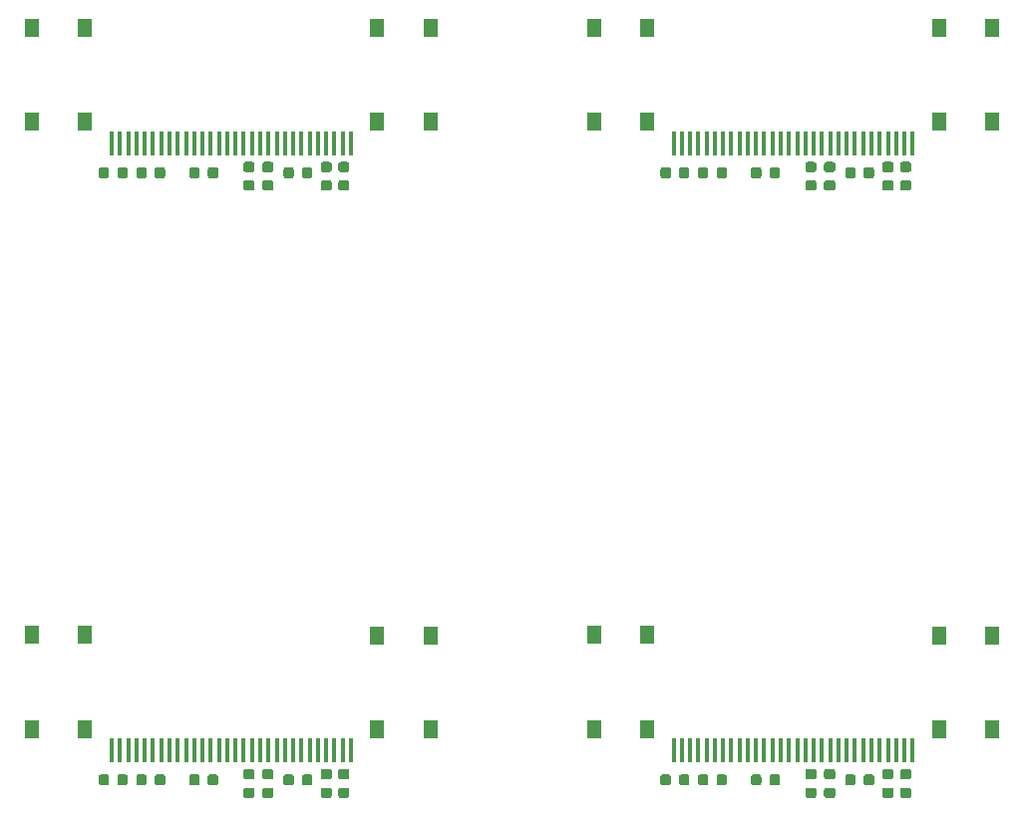
<source format=gbr>
G04 #@! TF.GenerationSoftware,KiCad,Pcbnew,5.1.4*
G04 #@! TF.CreationDate,2019-09-20T10:22:23+02:00*
G04 #@! TF.ProjectId,panel,70616e65-6c2e-46b6-9963-61645f706362,0.1*
G04 #@! TF.SameCoordinates,Original*
G04 #@! TF.FileFunction,Paste,Top*
G04 #@! TF.FilePolarity,Positive*
%FSLAX46Y46*%
G04 Gerber Fmt 4.6, Leading zero omitted, Abs format (unit mm)*
G04 Created by KiCad (PCBNEW 5.1.4) date 2019-09-20 10:22:23*
%MOMM*%
%LPD*%
G04 APERTURE LIST*
%ADD10C,0.100000*%
%ADD11C,0.875000*%
%ADD12R,1.300000X1.550000*%
%ADD13R,0.400000X2.000000*%
G04 APERTURE END LIST*
D10*
G36*
X144777691Y-173076053D02*
G01*
X144798926Y-173079203D01*
X144819750Y-173084419D01*
X144839962Y-173091651D01*
X144859368Y-173100830D01*
X144877781Y-173111866D01*
X144895024Y-173124654D01*
X144910930Y-173139070D01*
X144925346Y-173154976D01*
X144938134Y-173172219D01*
X144949170Y-173190632D01*
X144958349Y-173210038D01*
X144965581Y-173230250D01*
X144970797Y-173251074D01*
X144973947Y-173272309D01*
X144975000Y-173293750D01*
X144975000Y-173731250D01*
X144973947Y-173752691D01*
X144970797Y-173773926D01*
X144965581Y-173794750D01*
X144958349Y-173814962D01*
X144949170Y-173834368D01*
X144938134Y-173852781D01*
X144925346Y-173870024D01*
X144910930Y-173885930D01*
X144895024Y-173900346D01*
X144877781Y-173913134D01*
X144859368Y-173924170D01*
X144839962Y-173933349D01*
X144819750Y-173940581D01*
X144798926Y-173945797D01*
X144777691Y-173948947D01*
X144756250Y-173950000D01*
X144243750Y-173950000D01*
X144222309Y-173948947D01*
X144201074Y-173945797D01*
X144180250Y-173940581D01*
X144160038Y-173933349D01*
X144140632Y-173924170D01*
X144122219Y-173913134D01*
X144104976Y-173900346D01*
X144089070Y-173885930D01*
X144074654Y-173870024D01*
X144061866Y-173852781D01*
X144050830Y-173834368D01*
X144041651Y-173814962D01*
X144034419Y-173794750D01*
X144029203Y-173773926D01*
X144026053Y-173752691D01*
X144025000Y-173731250D01*
X144025000Y-173293750D01*
X144026053Y-173272309D01*
X144029203Y-173251074D01*
X144034419Y-173230250D01*
X144041651Y-173210038D01*
X144050830Y-173190632D01*
X144061866Y-173172219D01*
X144074654Y-173154976D01*
X144089070Y-173139070D01*
X144104976Y-173124654D01*
X144122219Y-173111866D01*
X144140632Y-173100830D01*
X144160038Y-173091651D01*
X144180250Y-173084419D01*
X144201074Y-173079203D01*
X144222309Y-173076053D01*
X144243750Y-173075000D01*
X144756250Y-173075000D01*
X144777691Y-173076053D01*
X144777691Y-173076053D01*
G37*
D11*
X144500000Y-173512500D03*
D10*
G36*
X144777691Y-174651053D02*
G01*
X144798926Y-174654203D01*
X144819750Y-174659419D01*
X144839962Y-174666651D01*
X144859368Y-174675830D01*
X144877781Y-174686866D01*
X144895024Y-174699654D01*
X144910930Y-174714070D01*
X144925346Y-174729976D01*
X144938134Y-174747219D01*
X144949170Y-174765632D01*
X144958349Y-174785038D01*
X144965581Y-174805250D01*
X144970797Y-174826074D01*
X144973947Y-174847309D01*
X144975000Y-174868750D01*
X144975000Y-175306250D01*
X144973947Y-175327691D01*
X144970797Y-175348926D01*
X144965581Y-175369750D01*
X144958349Y-175389962D01*
X144949170Y-175409368D01*
X144938134Y-175427781D01*
X144925346Y-175445024D01*
X144910930Y-175460930D01*
X144895024Y-175475346D01*
X144877781Y-175488134D01*
X144859368Y-175499170D01*
X144839962Y-175508349D01*
X144819750Y-175515581D01*
X144798926Y-175520797D01*
X144777691Y-175523947D01*
X144756250Y-175525000D01*
X144243750Y-175525000D01*
X144222309Y-175523947D01*
X144201074Y-175520797D01*
X144180250Y-175515581D01*
X144160038Y-175508349D01*
X144140632Y-175499170D01*
X144122219Y-175488134D01*
X144104976Y-175475346D01*
X144089070Y-175460930D01*
X144074654Y-175445024D01*
X144061866Y-175427781D01*
X144050830Y-175409368D01*
X144041651Y-175389962D01*
X144034419Y-175369750D01*
X144029203Y-175348926D01*
X144026053Y-175327691D01*
X144025000Y-175306250D01*
X144025000Y-174868750D01*
X144026053Y-174847309D01*
X144029203Y-174826074D01*
X144034419Y-174805250D01*
X144041651Y-174785038D01*
X144050830Y-174765632D01*
X144061866Y-174747219D01*
X144074654Y-174729976D01*
X144089070Y-174714070D01*
X144104976Y-174699654D01*
X144122219Y-174686866D01*
X144140632Y-174675830D01*
X144160038Y-174666651D01*
X144180250Y-174659419D01*
X144201074Y-174654203D01*
X144222309Y-174651053D01*
X144243750Y-174650000D01*
X144756250Y-174650000D01*
X144777691Y-174651053D01*
X144777691Y-174651053D01*
G37*
D11*
X144500000Y-175087500D03*
D12*
X122525000Y-169655000D03*
X118025000Y-169655000D03*
X118025000Y-161695000D03*
X122525000Y-161695000D03*
D10*
G36*
X127552691Y-173526053D02*
G01*
X127573926Y-173529203D01*
X127594750Y-173534419D01*
X127614962Y-173541651D01*
X127634368Y-173550830D01*
X127652781Y-173561866D01*
X127670024Y-173574654D01*
X127685930Y-173589070D01*
X127700346Y-173604976D01*
X127713134Y-173622219D01*
X127724170Y-173640632D01*
X127733349Y-173660038D01*
X127740581Y-173680250D01*
X127745797Y-173701074D01*
X127748947Y-173722309D01*
X127750000Y-173743750D01*
X127750000Y-174256250D01*
X127748947Y-174277691D01*
X127745797Y-174298926D01*
X127740581Y-174319750D01*
X127733349Y-174339962D01*
X127724170Y-174359368D01*
X127713134Y-174377781D01*
X127700346Y-174395024D01*
X127685930Y-174410930D01*
X127670024Y-174425346D01*
X127652781Y-174438134D01*
X127634368Y-174449170D01*
X127614962Y-174458349D01*
X127594750Y-174465581D01*
X127573926Y-174470797D01*
X127552691Y-174473947D01*
X127531250Y-174475000D01*
X127093750Y-174475000D01*
X127072309Y-174473947D01*
X127051074Y-174470797D01*
X127030250Y-174465581D01*
X127010038Y-174458349D01*
X126990632Y-174449170D01*
X126972219Y-174438134D01*
X126954976Y-174425346D01*
X126939070Y-174410930D01*
X126924654Y-174395024D01*
X126911866Y-174377781D01*
X126900830Y-174359368D01*
X126891651Y-174339962D01*
X126884419Y-174319750D01*
X126879203Y-174298926D01*
X126876053Y-174277691D01*
X126875000Y-174256250D01*
X126875000Y-173743750D01*
X126876053Y-173722309D01*
X126879203Y-173701074D01*
X126884419Y-173680250D01*
X126891651Y-173660038D01*
X126900830Y-173640632D01*
X126911866Y-173622219D01*
X126924654Y-173604976D01*
X126939070Y-173589070D01*
X126954976Y-173574654D01*
X126972219Y-173561866D01*
X126990632Y-173550830D01*
X127010038Y-173541651D01*
X127030250Y-173534419D01*
X127051074Y-173529203D01*
X127072309Y-173526053D01*
X127093750Y-173525000D01*
X127531250Y-173525000D01*
X127552691Y-173526053D01*
X127552691Y-173526053D01*
G37*
D11*
X127312500Y-174000000D03*
D10*
G36*
X129127691Y-173526053D02*
G01*
X129148926Y-173529203D01*
X129169750Y-173534419D01*
X129189962Y-173541651D01*
X129209368Y-173550830D01*
X129227781Y-173561866D01*
X129245024Y-173574654D01*
X129260930Y-173589070D01*
X129275346Y-173604976D01*
X129288134Y-173622219D01*
X129299170Y-173640632D01*
X129308349Y-173660038D01*
X129315581Y-173680250D01*
X129320797Y-173701074D01*
X129323947Y-173722309D01*
X129325000Y-173743750D01*
X129325000Y-174256250D01*
X129323947Y-174277691D01*
X129320797Y-174298926D01*
X129315581Y-174319750D01*
X129308349Y-174339962D01*
X129299170Y-174359368D01*
X129288134Y-174377781D01*
X129275346Y-174395024D01*
X129260930Y-174410930D01*
X129245024Y-174425346D01*
X129227781Y-174438134D01*
X129209368Y-174449170D01*
X129189962Y-174458349D01*
X129169750Y-174465581D01*
X129148926Y-174470797D01*
X129127691Y-174473947D01*
X129106250Y-174475000D01*
X128668750Y-174475000D01*
X128647309Y-174473947D01*
X128626074Y-174470797D01*
X128605250Y-174465581D01*
X128585038Y-174458349D01*
X128565632Y-174449170D01*
X128547219Y-174438134D01*
X128529976Y-174425346D01*
X128514070Y-174410930D01*
X128499654Y-174395024D01*
X128486866Y-174377781D01*
X128475830Y-174359368D01*
X128466651Y-174339962D01*
X128459419Y-174319750D01*
X128454203Y-174298926D01*
X128451053Y-174277691D01*
X128450000Y-174256250D01*
X128450000Y-173743750D01*
X128451053Y-173722309D01*
X128454203Y-173701074D01*
X128459419Y-173680250D01*
X128466651Y-173660038D01*
X128475830Y-173640632D01*
X128486866Y-173622219D01*
X128499654Y-173604976D01*
X128514070Y-173589070D01*
X128529976Y-173574654D01*
X128547219Y-173561866D01*
X128565632Y-173550830D01*
X128585038Y-173541651D01*
X128605250Y-173534419D01*
X128626074Y-173529203D01*
X128647309Y-173526053D01*
X128668750Y-173525000D01*
X129106250Y-173525000D01*
X129127691Y-173526053D01*
X129127691Y-173526053D01*
G37*
D11*
X128887500Y-174000000D03*
D10*
G36*
X125940191Y-173526053D02*
G01*
X125961426Y-173529203D01*
X125982250Y-173534419D01*
X126002462Y-173541651D01*
X126021868Y-173550830D01*
X126040281Y-173561866D01*
X126057524Y-173574654D01*
X126073430Y-173589070D01*
X126087846Y-173604976D01*
X126100634Y-173622219D01*
X126111670Y-173640632D01*
X126120849Y-173660038D01*
X126128081Y-173680250D01*
X126133297Y-173701074D01*
X126136447Y-173722309D01*
X126137500Y-173743750D01*
X126137500Y-174256250D01*
X126136447Y-174277691D01*
X126133297Y-174298926D01*
X126128081Y-174319750D01*
X126120849Y-174339962D01*
X126111670Y-174359368D01*
X126100634Y-174377781D01*
X126087846Y-174395024D01*
X126073430Y-174410930D01*
X126057524Y-174425346D01*
X126040281Y-174438134D01*
X126021868Y-174449170D01*
X126002462Y-174458349D01*
X125982250Y-174465581D01*
X125961426Y-174470797D01*
X125940191Y-174473947D01*
X125918750Y-174475000D01*
X125481250Y-174475000D01*
X125459809Y-174473947D01*
X125438574Y-174470797D01*
X125417750Y-174465581D01*
X125397538Y-174458349D01*
X125378132Y-174449170D01*
X125359719Y-174438134D01*
X125342476Y-174425346D01*
X125326570Y-174410930D01*
X125312154Y-174395024D01*
X125299366Y-174377781D01*
X125288330Y-174359368D01*
X125279151Y-174339962D01*
X125271919Y-174319750D01*
X125266703Y-174298926D01*
X125263553Y-174277691D01*
X125262500Y-174256250D01*
X125262500Y-173743750D01*
X125263553Y-173722309D01*
X125266703Y-173701074D01*
X125271919Y-173680250D01*
X125279151Y-173660038D01*
X125288330Y-173640632D01*
X125299366Y-173622219D01*
X125312154Y-173604976D01*
X125326570Y-173589070D01*
X125342476Y-173574654D01*
X125359719Y-173561866D01*
X125378132Y-173550830D01*
X125397538Y-173541651D01*
X125417750Y-173534419D01*
X125438574Y-173529203D01*
X125459809Y-173526053D01*
X125481250Y-173525000D01*
X125918750Y-173525000D01*
X125940191Y-173526053D01*
X125940191Y-173526053D01*
G37*
D11*
X125700000Y-174000000D03*
D10*
G36*
X124365191Y-173526053D02*
G01*
X124386426Y-173529203D01*
X124407250Y-173534419D01*
X124427462Y-173541651D01*
X124446868Y-173550830D01*
X124465281Y-173561866D01*
X124482524Y-173574654D01*
X124498430Y-173589070D01*
X124512846Y-173604976D01*
X124525634Y-173622219D01*
X124536670Y-173640632D01*
X124545849Y-173660038D01*
X124553081Y-173680250D01*
X124558297Y-173701074D01*
X124561447Y-173722309D01*
X124562500Y-173743750D01*
X124562500Y-174256250D01*
X124561447Y-174277691D01*
X124558297Y-174298926D01*
X124553081Y-174319750D01*
X124545849Y-174339962D01*
X124536670Y-174359368D01*
X124525634Y-174377781D01*
X124512846Y-174395024D01*
X124498430Y-174410930D01*
X124482524Y-174425346D01*
X124465281Y-174438134D01*
X124446868Y-174449170D01*
X124427462Y-174458349D01*
X124407250Y-174465581D01*
X124386426Y-174470797D01*
X124365191Y-174473947D01*
X124343750Y-174475000D01*
X123906250Y-174475000D01*
X123884809Y-174473947D01*
X123863574Y-174470797D01*
X123842750Y-174465581D01*
X123822538Y-174458349D01*
X123803132Y-174449170D01*
X123784719Y-174438134D01*
X123767476Y-174425346D01*
X123751570Y-174410930D01*
X123737154Y-174395024D01*
X123724366Y-174377781D01*
X123713330Y-174359368D01*
X123704151Y-174339962D01*
X123696919Y-174319750D01*
X123691703Y-174298926D01*
X123688553Y-174277691D01*
X123687500Y-174256250D01*
X123687500Y-173743750D01*
X123688553Y-173722309D01*
X123691703Y-173701074D01*
X123696919Y-173680250D01*
X123704151Y-173660038D01*
X123713330Y-173640632D01*
X123724366Y-173622219D01*
X123737154Y-173604976D01*
X123751570Y-173589070D01*
X123767476Y-173574654D01*
X123784719Y-173561866D01*
X123803132Y-173550830D01*
X123822538Y-173541651D01*
X123842750Y-173534419D01*
X123863574Y-173529203D01*
X123884809Y-173526053D01*
X123906250Y-173525000D01*
X124343750Y-173525000D01*
X124365191Y-173526053D01*
X124365191Y-173526053D01*
G37*
D11*
X124125000Y-174000000D03*
D10*
G36*
X97077691Y-174651053D02*
G01*
X97098926Y-174654203D01*
X97119750Y-174659419D01*
X97139962Y-174666651D01*
X97159368Y-174675830D01*
X97177781Y-174686866D01*
X97195024Y-174699654D01*
X97210930Y-174714070D01*
X97225346Y-174729976D01*
X97238134Y-174747219D01*
X97249170Y-174765632D01*
X97258349Y-174785038D01*
X97265581Y-174805250D01*
X97270797Y-174826074D01*
X97273947Y-174847309D01*
X97275000Y-174868750D01*
X97275000Y-175306250D01*
X97273947Y-175327691D01*
X97270797Y-175348926D01*
X97265581Y-175369750D01*
X97258349Y-175389962D01*
X97249170Y-175409368D01*
X97238134Y-175427781D01*
X97225346Y-175445024D01*
X97210930Y-175460930D01*
X97195024Y-175475346D01*
X97177781Y-175488134D01*
X97159368Y-175499170D01*
X97139962Y-175508349D01*
X97119750Y-175515581D01*
X97098926Y-175520797D01*
X97077691Y-175523947D01*
X97056250Y-175525000D01*
X96543750Y-175525000D01*
X96522309Y-175523947D01*
X96501074Y-175520797D01*
X96480250Y-175515581D01*
X96460038Y-175508349D01*
X96440632Y-175499170D01*
X96422219Y-175488134D01*
X96404976Y-175475346D01*
X96389070Y-175460930D01*
X96374654Y-175445024D01*
X96361866Y-175427781D01*
X96350830Y-175409368D01*
X96341651Y-175389962D01*
X96334419Y-175369750D01*
X96329203Y-175348926D01*
X96326053Y-175327691D01*
X96325000Y-175306250D01*
X96325000Y-174868750D01*
X96326053Y-174847309D01*
X96329203Y-174826074D01*
X96334419Y-174805250D01*
X96341651Y-174785038D01*
X96350830Y-174765632D01*
X96361866Y-174747219D01*
X96374654Y-174729976D01*
X96389070Y-174714070D01*
X96404976Y-174699654D01*
X96422219Y-174686866D01*
X96440632Y-174675830D01*
X96460038Y-174666651D01*
X96480250Y-174659419D01*
X96501074Y-174654203D01*
X96522309Y-174651053D01*
X96543750Y-174650000D01*
X97056250Y-174650000D01*
X97077691Y-174651053D01*
X97077691Y-174651053D01*
G37*
D11*
X96800000Y-175087500D03*
D10*
G36*
X97077691Y-173076053D02*
G01*
X97098926Y-173079203D01*
X97119750Y-173084419D01*
X97139962Y-173091651D01*
X97159368Y-173100830D01*
X97177781Y-173111866D01*
X97195024Y-173124654D01*
X97210930Y-173139070D01*
X97225346Y-173154976D01*
X97238134Y-173172219D01*
X97249170Y-173190632D01*
X97258349Y-173210038D01*
X97265581Y-173230250D01*
X97270797Y-173251074D01*
X97273947Y-173272309D01*
X97275000Y-173293750D01*
X97275000Y-173731250D01*
X97273947Y-173752691D01*
X97270797Y-173773926D01*
X97265581Y-173794750D01*
X97258349Y-173814962D01*
X97249170Y-173834368D01*
X97238134Y-173852781D01*
X97225346Y-173870024D01*
X97210930Y-173885930D01*
X97195024Y-173900346D01*
X97177781Y-173913134D01*
X97159368Y-173924170D01*
X97139962Y-173933349D01*
X97119750Y-173940581D01*
X97098926Y-173945797D01*
X97077691Y-173948947D01*
X97056250Y-173950000D01*
X96543750Y-173950000D01*
X96522309Y-173948947D01*
X96501074Y-173945797D01*
X96480250Y-173940581D01*
X96460038Y-173933349D01*
X96440632Y-173924170D01*
X96422219Y-173913134D01*
X96404976Y-173900346D01*
X96389070Y-173885930D01*
X96374654Y-173870024D01*
X96361866Y-173852781D01*
X96350830Y-173834368D01*
X96341651Y-173814962D01*
X96334419Y-173794750D01*
X96329203Y-173773926D01*
X96326053Y-173752691D01*
X96325000Y-173731250D01*
X96325000Y-173293750D01*
X96326053Y-173272309D01*
X96329203Y-173251074D01*
X96334419Y-173230250D01*
X96341651Y-173210038D01*
X96350830Y-173190632D01*
X96361866Y-173172219D01*
X96374654Y-173154976D01*
X96389070Y-173139070D01*
X96404976Y-173124654D01*
X96422219Y-173111866D01*
X96440632Y-173100830D01*
X96460038Y-173091651D01*
X96480250Y-173084419D01*
X96501074Y-173079203D01*
X96522309Y-173076053D01*
X96543750Y-173075000D01*
X97056250Y-173075000D01*
X97077691Y-173076053D01*
X97077691Y-173076053D01*
G37*
D11*
X96800000Y-173512500D03*
D12*
X74825000Y-161695000D03*
X70325000Y-161695000D03*
X70325000Y-169655000D03*
X74825000Y-169655000D03*
D10*
G36*
X81427691Y-173526053D02*
G01*
X81448926Y-173529203D01*
X81469750Y-173534419D01*
X81489962Y-173541651D01*
X81509368Y-173550830D01*
X81527781Y-173561866D01*
X81545024Y-173574654D01*
X81560930Y-173589070D01*
X81575346Y-173604976D01*
X81588134Y-173622219D01*
X81599170Y-173640632D01*
X81608349Y-173660038D01*
X81615581Y-173680250D01*
X81620797Y-173701074D01*
X81623947Y-173722309D01*
X81625000Y-173743750D01*
X81625000Y-174256250D01*
X81623947Y-174277691D01*
X81620797Y-174298926D01*
X81615581Y-174319750D01*
X81608349Y-174339962D01*
X81599170Y-174359368D01*
X81588134Y-174377781D01*
X81575346Y-174395024D01*
X81560930Y-174410930D01*
X81545024Y-174425346D01*
X81527781Y-174438134D01*
X81509368Y-174449170D01*
X81489962Y-174458349D01*
X81469750Y-174465581D01*
X81448926Y-174470797D01*
X81427691Y-174473947D01*
X81406250Y-174475000D01*
X80968750Y-174475000D01*
X80947309Y-174473947D01*
X80926074Y-174470797D01*
X80905250Y-174465581D01*
X80885038Y-174458349D01*
X80865632Y-174449170D01*
X80847219Y-174438134D01*
X80829976Y-174425346D01*
X80814070Y-174410930D01*
X80799654Y-174395024D01*
X80786866Y-174377781D01*
X80775830Y-174359368D01*
X80766651Y-174339962D01*
X80759419Y-174319750D01*
X80754203Y-174298926D01*
X80751053Y-174277691D01*
X80750000Y-174256250D01*
X80750000Y-173743750D01*
X80751053Y-173722309D01*
X80754203Y-173701074D01*
X80759419Y-173680250D01*
X80766651Y-173660038D01*
X80775830Y-173640632D01*
X80786866Y-173622219D01*
X80799654Y-173604976D01*
X80814070Y-173589070D01*
X80829976Y-173574654D01*
X80847219Y-173561866D01*
X80865632Y-173550830D01*
X80885038Y-173541651D01*
X80905250Y-173534419D01*
X80926074Y-173529203D01*
X80947309Y-173526053D01*
X80968750Y-173525000D01*
X81406250Y-173525000D01*
X81427691Y-173526053D01*
X81427691Y-173526053D01*
G37*
D11*
X81187500Y-174000000D03*
D10*
G36*
X79852691Y-173526053D02*
G01*
X79873926Y-173529203D01*
X79894750Y-173534419D01*
X79914962Y-173541651D01*
X79934368Y-173550830D01*
X79952781Y-173561866D01*
X79970024Y-173574654D01*
X79985930Y-173589070D01*
X80000346Y-173604976D01*
X80013134Y-173622219D01*
X80024170Y-173640632D01*
X80033349Y-173660038D01*
X80040581Y-173680250D01*
X80045797Y-173701074D01*
X80048947Y-173722309D01*
X80050000Y-173743750D01*
X80050000Y-174256250D01*
X80048947Y-174277691D01*
X80045797Y-174298926D01*
X80040581Y-174319750D01*
X80033349Y-174339962D01*
X80024170Y-174359368D01*
X80013134Y-174377781D01*
X80000346Y-174395024D01*
X79985930Y-174410930D01*
X79970024Y-174425346D01*
X79952781Y-174438134D01*
X79934368Y-174449170D01*
X79914962Y-174458349D01*
X79894750Y-174465581D01*
X79873926Y-174470797D01*
X79852691Y-174473947D01*
X79831250Y-174475000D01*
X79393750Y-174475000D01*
X79372309Y-174473947D01*
X79351074Y-174470797D01*
X79330250Y-174465581D01*
X79310038Y-174458349D01*
X79290632Y-174449170D01*
X79272219Y-174438134D01*
X79254976Y-174425346D01*
X79239070Y-174410930D01*
X79224654Y-174395024D01*
X79211866Y-174377781D01*
X79200830Y-174359368D01*
X79191651Y-174339962D01*
X79184419Y-174319750D01*
X79179203Y-174298926D01*
X79176053Y-174277691D01*
X79175000Y-174256250D01*
X79175000Y-173743750D01*
X79176053Y-173722309D01*
X79179203Y-173701074D01*
X79184419Y-173680250D01*
X79191651Y-173660038D01*
X79200830Y-173640632D01*
X79211866Y-173622219D01*
X79224654Y-173604976D01*
X79239070Y-173589070D01*
X79254976Y-173574654D01*
X79272219Y-173561866D01*
X79290632Y-173550830D01*
X79310038Y-173541651D01*
X79330250Y-173534419D01*
X79351074Y-173529203D01*
X79372309Y-173526053D01*
X79393750Y-173525000D01*
X79831250Y-173525000D01*
X79852691Y-173526053D01*
X79852691Y-173526053D01*
G37*
D11*
X79612500Y-174000000D03*
D10*
G36*
X76665191Y-173526053D02*
G01*
X76686426Y-173529203D01*
X76707250Y-173534419D01*
X76727462Y-173541651D01*
X76746868Y-173550830D01*
X76765281Y-173561866D01*
X76782524Y-173574654D01*
X76798430Y-173589070D01*
X76812846Y-173604976D01*
X76825634Y-173622219D01*
X76836670Y-173640632D01*
X76845849Y-173660038D01*
X76853081Y-173680250D01*
X76858297Y-173701074D01*
X76861447Y-173722309D01*
X76862500Y-173743750D01*
X76862500Y-174256250D01*
X76861447Y-174277691D01*
X76858297Y-174298926D01*
X76853081Y-174319750D01*
X76845849Y-174339962D01*
X76836670Y-174359368D01*
X76825634Y-174377781D01*
X76812846Y-174395024D01*
X76798430Y-174410930D01*
X76782524Y-174425346D01*
X76765281Y-174438134D01*
X76746868Y-174449170D01*
X76727462Y-174458349D01*
X76707250Y-174465581D01*
X76686426Y-174470797D01*
X76665191Y-174473947D01*
X76643750Y-174475000D01*
X76206250Y-174475000D01*
X76184809Y-174473947D01*
X76163574Y-174470797D01*
X76142750Y-174465581D01*
X76122538Y-174458349D01*
X76103132Y-174449170D01*
X76084719Y-174438134D01*
X76067476Y-174425346D01*
X76051570Y-174410930D01*
X76037154Y-174395024D01*
X76024366Y-174377781D01*
X76013330Y-174359368D01*
X76004151Y-174339962D01*
X75996919Y-174319750D01*
X75991703Y-174298926D01*
X75988553Y-174277691D01*
X75987500Y-174256250D01*
X75987500Y-173743750D01*
X75988553Y-173722309D01*
X75991703Y-173701074D01*
X75996919Y-173680250D01*
X76004151Y-173660038D01*
X76013330Y-173640632D01*
X76024366Y-173622219D01*
X76037154Y-173604976D01*
X76051570Y-173589070D01*
X76067476Y-173574654D01*
X76084719Y-173561866D01*
X76103132Y-173550830D01*
X76122538Y-173541651D01*
X76142750Y-173534419D01*
X76163574Y-173529203D01*
X76184809Y-173526053D01*
X76206250Y-173525000D01*
X76643750Y-173525000D01*
X76665191Y-173526053D01*
X76665191Y-173526053D01*
G37*
D11*
X76425000Y-174000000D03*
D10*
G36*
X78240191Y-173526053D02*
G01*
X78261426Y-173529203D01*
X78282250Y-173534419D01*
X78302462Y-173541651D01*
X78321868Y-173550830D01*
X78340281Y-173561866D01*
X78357524Y-173574654D01*
X78373430Y-173589070D01*
X78387846Y-173604976D01*
X78400634Y-173622219D01*
X78411670Y-173640632D01*
X78420849Y-173660038D01*
X78428081Y-173680250D01*
X78433297Y-173701074D01*
X78436447Y-173722309D01*
X78437500Y-173743750D01*
X78437500Y-174256250D01*
X78436447Y-174277691D01*
X78433297Y-174298926D01*
X78428081Y-174319750D01*
X78420849Y-174339962D01*
X78411670Y-174359368D01*
X78400634Y-174377781D01*
X78387846Y-174395024D01*
X78373430Y-174410930D01*
X78357524Y-174425346D01*
X78340281Y-174438134D01*
X78321868Y-174449170D01*
X78302462Y-174458349D01*
X78282250Y-174465581D01*
X78261426Y-174470797D01*
X78240191Y-174473947D01*
X78218750Y-174475000D01*
X77781250Y-174475000D01*
X77759809Y-174473947D01*
X77738574Y-174470797D01*
X77717750Y-174465581D01*
X77697538Y-174458349D01*
X77678132Y-174449170D01*
X77659719Y-174438134D01*
X77642476Y-174425346D01*
X77626570Y-174410930D01*
X77612154Y-174395024D01*
X77599366Y-174377781D01*
X77588330Y-174359368D01*
X77579151Y-174339962D01*
X77571919Y-174319750D01*
X77566703Y-174298926D01*
X77563553Y-174277691D01*
X77562500Y-174256250D01*
X77562500Y-173743750D01*
X77563553Y-173722309D01*
X77566703Y-173701074D01*
X77571919Y-173680250D01*
X77579151Y-173660038D01*
X77588330Y-173640632D01*
X77599366Y-173622219D01*
X77612154Y-173604976D01*
X77626570Y-173589070D01*
X77642476Y-173574654D01*
X77659719Y-173561866D01*
X77678132Y-173550830D01*
X77697538Y-173541651D01*
X77717750Y-173534419D01*
X77738574Y-173529203D01*
X77759809Y-173526053D01*
X77781250Y-173525000D01*
X78218750Y-173525000D01*
X78240191Y-173526053D01*
X78240191Y-173526053D01*
G37*
D11*
X78000000Y-174000000D03*
D10*
G36*
X89027691Y-174651053D02*
G01*
X89048926Y-174654203D01*
X89069750Y-174659419D01*
X89089962Y-174666651D01*
X89109368Y-174675830D01*
X89127781Y-174686866D01*
X89145024Y-174699654D01*
X89160930Y-174714070D01*
X89175346Y-174729976D01*
X89188134Y-174747219D01*
X89199170Y-174765632D01*
X89208349Y-174785038D01*
X89215581Y-174805250D01*
X89220797Y-174826074D01*
X89223947Y-174847309D01*
X89225000Y-174868750D01*
X89225000Y-175306250D01*
X89223947Y-175327691D01*
X89220797Y-175348926D01*
X89215581Y-175369750D01*
X89208349Y-175389962D01*
X89199170Y-175409368D01*
X89188134Y-175427781D01*
X89175346Y-175445024D01*
X89160930Y-175460930D01*
X89145024Y-175475346D01*
X89127781Y-175488134D01*
X89109368Y-175499170D01*
X89089962Y-175508349D01*
X89069750Y-175515581D01*
X89048926Y-175520797D01*
X89027691Y-175523947D01*
X89006250Y-175525000D01*
X88493750Y-175525000D01*
X88472309Y-175523947D01*
X88451074Y-175520797D01*
X88430250Y-175515581D01*
X88410038Y-175508349D01*
X88390632Y-175499170D01*
X88372219Y-175488134D01*
X88354976Y-175475346D01*
X88339070Y-175460930D01*
X88324654Y-175445024D01*
X88311866Y-175427781D01*
X88300830Y-175409368D01*
X88291651Y-175389962D01*
X88284419Y-175369750D01*
X88279203Y-175348926D01*
X88276053Y-175327691D01*
X88275000Y-175306250D01*
X88275000Y-174868750D01*
X88276053Y-174847309D01*
X88279203Y-174826074D01*
X88284419Y-174805250D01*
X88291651Y-174785038D01*
X88300830Y-174765632D01*
X88311866Y-174747219D01*
X88324654Y-174729976D01*
X88339070Y-174714070D01*
X88354976Y-174699654D01*
X88372219Y-174686866D01*
X88390632Y-174675830D01*
X88410038Y-174666651D01*
X88430250Y-174659419D01*
X88451074Y-174654203D01*
X88472309Y-174651053D01*
X88493750Y-174650000D01*
X89006250Y-174650000D01*
X89027691Y-174651053D01*
X89027691Y-174651053D01*
G37*
D11*
X88750000Y-175087500D03*
D10*
G36*
X89027691Y-173076053D02*
G01*
X89048926Y-173079203D01*
X89069750Y-173084419D01*
X89089962Y-173091651D01*
X89109368Y-173100830D01*
X89127781Y-173111866D01*
X89145024Y-173124654D01*
X89160930Y-173139070D01*
X89175346Y-173154976D01*
X89188134Y-173172219D01*
X89199170Y-173190632D01*
X89208349Y-173210038D01*
X89215581Y-173230250D01*
X89220797Y-173251074D01*
X89223947Y-173272309D01*
X89225000Y-173293750D01*
X89225000Y-173731250D01*
X89223947Y-173752691D01*
X89220797Y-173773926D01*
X89215581Y-173794750D01*
X89208349Y-173814962D01*
X89199170Y-173834368D01*
X89188134Y-173852781D01*
X89175346Y-173870024D01*
X89160930Y-173885930D01*
X89145024Y-173900346D01*
X89127781Y-173913134D01*
X89109368Y-173924170D01*
X89089962Y-173933349D01*
X89069750Y-173940581D01*
X89048926Y-173945797D01*
X89027691Y-173948947D01*
X89006250Y-173950000D01*
X88493750Y-173950000D01*
X88472309Y-173948947D01*
X88451074Y-173945797D01*
X88430250Y-173940581D01*
X88410038Y-173933349D01*
X88390632Y-173924170D01*
X88372219Y-173913134D01*
X88354976Y-173900346D01*
X88339070Y-173885930D01*
X88324654Y-173870024D01*
X88311866Y-173852781D01*
X88300830Y-173834368D01*
X88291651Y-173814962D01*
X88284419Y-173794750D01*
X88279203Y-173773926D01*
X88276053Y-173752691D01*
X88275000Y-173731250D01*
X88275000Y-173293750D01*
X88276053Y-173272309D01*
X88279203Y-173251074D01*
X88284419Y-173230250D01*
X88291651Y-173210038D01*
X88300830Y-173190632D01*
X88311866Y-173172219D01*
X88324654Y-173154976D01*
X88339070Y-173139070D01*
X88354976Y-173124654D01*
X88372219Y-173111866D01*
X88390632Y-173100830D01*
X88410038Y-173091651D01*
X88430250Y-173084419D01*
X88451074Y-173079203D01*
X88472309Y-173076053D01*
X88493750Y-173075000D01*
X89006250Y-173075000D01*
X89027691Y-173076053D01*
X89027691Y-173076053D01*
G37*
D11*
X88750000Y-173512500D03*
D10*
G36*
X90627691Y-173076053D02*
G01*
X90648926Y-173079203D01*
X90669750Y-173084419D01*
X90689962Y-173091651D01*
X90709368Y-173100830D01*
X90727781Y-173111866D01*
X90745024Y-173124654D01*
X90760930Y-173139070D01*
X90775346Y-173154976D01*
X90788134Y-173172219D01*
X90799170Y-173190632D01*
X90808349Y-173210038D01*
X90815581Y-173230250D01*
X90820797Y-173251074D01*
X90823947Y-173272309D01*
X90825000Y-173293750D01*
X90825000Y-173731250D01*
X90823947Y-173752691D01*
X90820797Y-173773926D01*
X90815581Y-173794750D01*
X90808349Y-173814962D01*
X90799170Y-173834368D01*
X90788134Y-173852781D01*
X90775346Y-173870024D01*
X90760930Y-173885930D01*
X90745024Y-173900346D01*
X90727781Y-173913134D01*
X90709368Y-173924170D01*
X90689962Y-173933349D01*
X90669750Y-173940581D01*
X90648926Y-173945797D01*
X90627691Y-173948947D01*
X90606250Y-173950000D01*
X90093750Y-173950000D01*
X90072309Y-173948947D01*
X90051074Y-173945797D01*
X90030250Y-173940581D01*
X90010038Y-173933349D01*
X89990632Y-173924170D01*
X89972219Y-173913134D01*
X89954976Y-173900346D01*
X89939070Y-173885930D01*
X89924654Y-173870024D01*
X89911866Y-173852781D01*
X89900830Y-173834368D01*
X89891651Y-173814962D01*
X89884419Y-173794750D01*
X89879203Y-173773926D01*
X89876053Y-173752691D01*
X89875000Y-173731250D01*
X89875000Y-173293750D01*
X89876053Y-173272309D01*
X89879203Y-173251074D01*
X89884419Y-173230250D01*
X89891651Y-173210038D01*
X89900830Y-173190632D01*
X89911866Y-173172219D01*
X89924654Y-173154976D01*
X89939070Y-173139070D01*
X89954976Y-173124654D01*
X89972219Y-173111866D01*
X89990632Y-173100830D01*
X90010038Y-173091651D01*
X90030250Y-173084419D01*
X90051074Y-173079203D01*
X90072309Y-173076053D01*
X90093750Y-173075000D01*
X90606250Y-173075000D01*
X90627691Y-173076053D01*
X90627691Y-173076053D01*
G37*
D11*
X90350000Y-173512500D03*
D10*
G36*
X90627691Y-174651053D02*
G01*
X90648926Y-174654203D01*
X90669750Y-174659419D01*
X90689962Y-174666651D01*
X90709368Y-174675830D01*
X90727781Y-174686866D01*
X90745024Y-174699654D01*
X90760930Y-174714070D01*
X90775346Y-174729976D01*
X90788134Y-174747219D01*
X90799170Y-174765632D01*
X90808349Y-174785038D01*
X90815581Y-174805250D01*
X90820797Y-174826074D01*
X90823947Y-174847309D01*
X90825000Y-174868750D01*
X90825000Y-175306250D01*
X90823947Y-175327691D01*
X90820797Y-175348926D01*
X90815581Y-175369750D01*
X90808349Y-175389962D01*
X90799170Y-175409368D01*
X90788134Y-175427781D01*
X90775346Y-175445024D01*
X90760930Y-175460930D01*
X90745024Y-175475346D01*
X90727781Y-175488134D01*
X90709368Y-175499170D01*
X90689962Y-175508349D01*
X90669750Y-175515581D01*
X90648926Y-175520797D01*
X90627691Y-175523947D01*
X90606250Y-175525000D01*
X90093750Y-175525000D01*
X90072309Y-175523947D01*
X90051074Y-175520797D01*
X90030250Y-175515581D01*
X90010038Y-175508349D01*
X89990632Y-175499170D01*
X89972219Y-175488134D01*
X89954976Y-175475346D01*
X89939070Y-175460930D01*
X89924654Y-175445024D01*
X89911866Y-175427781D01*
X89900830Y-175409368D01*
X89891651Y-175389962D01*
X89884419Y-175369750D01*
X89879203Y-175348926D01*
X89876053Y-175327691D01*
X89875000Y-175306250D01*
X89875000Y-174868750D01*
X89876053Y-174847309D01*
X89879203Y-174826074D01*
X89884419Y-174805250D01*
X89891651Y-174785038D01*
X89900830Y-174765632D01*
X89911866Y-174747219D01*
X89924654Y-174729976D01*
X89939070Y-174714070D01*
X89954976Y-174699654D01*
X89972219Y-174686866D01*
X89990632Y-174675830D01*
X90010038Y-174666651D01*
X90030250Y-174659419D01*
X90051074Y-174654203D01*
X90072309Y-174651053D01*
X90093750Y-174650000D01*
X90606250Y-174650000D01*
X90627691Y-174651053D01*
X90627691Y-174651053D01*
G37*
D11*
X90350000Y-175087500D03*
D10*
G36*
X136727691Y-173076053D02*
G01*
X136748926Y-173079203D01*
X136769750Y-173084419D01*
X136789962Y-173091651D01*
X136809368Y-173100830D01*
X136827781Y-173111866D01*
X136845024Y-173124654D01*
X136860930Y-173139070D01*
X136875346Y-173154976D01*
X136888134Y-173172219D01*
X136899170Y-173190632D01*
X136908349Y-173210038D01*
X136915581Y-173230250D01*
X136920797Y-173251074D01*
X136923947Y-173272309D01*
X136925000Y-173293750D01*
X136925000Y-173731250D01*
X136923947Y-173752691D01*
X136920797Y-173773926D01*
X136915581Y-173794750D01*
X136908349Y-173814962D01*
X136899170Y-173834368D01*
X136888134Y-173852781D01*
X136875346Y-173870024D01*
X136860930Y-173885930D01*
X136845024Y-173900346D01*
X136827781Y-173913134D01*
X136809368Y-173924170D01*
X136789962Y-173933349D01*
X136769750Y-173940581D01*
X136748926Y-173945797D01*
X136727691Y-173948947D01*
X136706250Y-173950000D01*
X136193750Y-173950000D01*
X136172309Y-173948947D01*
X136151074Y-173945797D01*
X136130250Y-173940581D01*
X136110038Y-173933349D01*
X136090632Y-173924170D01*
X136072219Y-173913134D01*
X136054976Y-173900346D01*
X136039070Y-173885930D01*
X136024654Y-173870024D01*
X136011866Y-173852781D01*
X136000830Y-173834368D01*
X135991651Y-173814962D01*
X135984419Y-173794750D01*
X135979203Y-173773926D01*
X135976053Y-173752691D01*
X135975000Y-173731250D01*
X135975000Y-173293750D01*
X135976053Y-173272309D01*
X135979203Y-173251074D01*
X135984419Y-173230250D01*
X135991651Y-173210038D01*
X136000830Y-173190632D01*
X136011866Y-173172219D01*
X136024654Y-173154976D01*
X136039070Y-173139070D01*
X136054976Y-173124654D01*
X136072219Y-173111866D01*
X136090632Y-173100830D01*
X136110038Y-173091651D01*
X136130250Y-173084419D01*
X136151074Y-173079203D01*
X136172309Y-173076053D01*
X136193750Y-173075000D01*
X136706250Y-173075000D01*
X136727691Y-173076053D01*
X136727691Y-173076053D01*
G37*
D11*
X136450000Y-173512500D03*
D10*
G36*
X136727691Y-174651053D02*
G01*
X136748926Y-174654203D01*
X136769750Y-174659419D01*
X136789962Y-174666651D01*
X136809368Y-174675830D01*
X136827781Y-174686866D01*
X136845024Y-174699654D01*
X136860930Y-174714070D01*
X136875346Y-174729976D01*
X136888134Y-174747219D01*
X136899170Y-174765632D01*
X136908349Y-174785038D01*
X136915581Y-174805250D01*
X136920797Y-174826074D01*
X136923947Y-174847309D01*
X136925000Y-174868750D01*
X136925000Y-175306250D01*
X136923947Y-175327691D01*
X136920797Y-175348926D01*
X136915581Y-175369750D01*
X136908349Y-175389962D01*
X136899170Y-175409368D01*
X136888134Y-175427781D01*
X136875346Y-175445024D01*
X136860930Y-175460930D01*
X136845024Y-175475346D01*
X136827781Y-175488134D01*
X136809368Y-175499170D01*
X136789962Y-175508349D01*
X136769750Y-175515581D01*
X136748926Y-175520797D01*
X136727691Y-175523947D01*
X136706250Y-175525000D01*
X136193750Y-175525000D01*
X136172309Y-175523947D01*
X136151074Y-175520797D01*
X136130250Y-175515581D01*
X136110038Y-175508349D01*
X136090632Y-175499170D01*
X136072219Y-175488134D01*
X136054976Y-175475346D01*
X136039070Y-175460930D01*
X136024654Y-175445024D01*
X136011866Y-175427781D01*
X136000830Y-175409368D01*
X135991651Y-175389962D01*
X135984419Y-175369750D01*
X135979203Y-175348926D01*
X135976053Y-175327691D01*
X135975000Y-175306250D01*
X135975000Y-174868750D01*
X135976053Y-174847309D01*
X135979203Y-174826074D01*
X135984419Y-174805250D01*
X135991651Y-174785038D01*
X136000830Y-174765632D01*
X136011866Y-174747219D01*
X136024654Y-174729976D01*
X136039070Y-174714070D01*
X136054976Y-174699654D01*
X136072219Y-174686866D01*
X136090632Y-174675830D01*
X136110038Y-174666651D01*
X136130250Y-174659419D01*
X136151074Y-174654203D01*
X136172309Y-174651053D01*
X136193750Y-174650000D01*
X136706250Y-174650000D01*
X136727691Y-174651053D01*
X136727691Y-174651053D01*
G37*
D11*
X136450000Y-175087500D03*
D10*
G36*
X138327691Y-174651053D02*
G01*
X138348926Y-174654203D01*
X138369750Y-174659419D01*
X138389962Y-174666651D01*
X138409368Y-174675830D01*
X138427781Y-174686866D01*
X138445024Y-174699654D01*
X138460930Y-174714070D01*
X138475346Y-174729976D01*
X138488134Y-174747219D01*
X138499170Y-174765632D01*
X138508349Y-174785038D01*
X138515581Y-174805250D01*
X138520797Y-174826074D01*
X138523947Y-174847309D01*
X138525000Y-174868750D01*
X138525000Y-175306250D01*
X138523947Y-175327691D01*
X138520797Y-175348926D01*
X138515581Y-175369750D01*
X138508349Y-175389962D01*
X138499170Y-175409368D01*
X138488134Y-175427781D01*
X138475346Y-175445024D01*
X138460930Y-175460930D01*
X138445024Y-175475346D01*
X138427781Y-175488134D01*
X138409368Y-175499170D01*
X138389962Y-175508349D01*
X138369750Y-175515581D01*
X138348926Y-175520797D01*
X138327691Y-175523947D01*
X138306250Y-175525000D01*
X137793750Y-175525000D01*
X137772309Y-175523947D01*
X137751074Y-175520797D01*
X137730250Y-175515581D01*
X137710038Y-175508349D01*
X137690632Y-175499170D01*
X137672219Y-175488134D01*
X137654976Y-175475346D01*
X137639070Y-175460930D01*
X137624654Y-175445024D01*
X137611866Y-175427781D01*
X137600830Y-175409368D01*
X137591651Y-175389962D01*
X137584419Y-175369750D01*
X137579203Y-175348926D01*
X137576053Y-175327691D01*
X137575000Y-175306250D01*
X137575000Y-174868750D01*
X137576053Y-174847309D01*
X137579203Y-174826074D01*
X137584419Y-174805250D01*
X137591651Y-174785038D01*
X137600830Y-174765632D01*
X137611866Y-174747219D01*
X137624654Y-174729976D01*
X137639070Y-174714070D01*
X137654976Y-174699654D01*
X137672219Y-174686866D01*
X137690632Y-174675830D01*
X137710038Y-174666651D01*
X137730250Y-174659419D01*
X137751074Y-174654203D01*
X137772309Y-174651053D01*
X137793750Y-174650000D01*
X138306250Y-174650000D01*
X138327691Y-174651053D01*
X138327691Y-174651053D01*
G37*
D11*
X138050000Y-175087500D03*
D10*
G36*
X138327691Y-173076053D02*
G01*
X138348926Y-173079203D01*
X138369750Y-173084419D01*
X138389962Y-173091651D01*
X138409368Y-173100830D01*
X138427781Y-173111866D01*
X138445024Y-173124654D01*
X138460930Y-173139070D01*
X138475346Y-173154976D01*
X138488134Y-173172219D01*
X138499170Y-173190632D01*
X138508349Y-173210038D01*
X138515581Y-173230250D01*
X138520797Y-173251074D01*
X138523947Y-173272309D01*
X138525000Y-173293750D01*
X138525000Y-173731250D01*
X138523947Y-173752691D01*
X138520797Y-173773926D01*
X138515581Y-173794750D01*
X138508349Y-173814962D01*
X138499170Y-173834368D01*
X138488134Y-173852781D01*
X138475346Y-173870024D01*
X138460930Y-173885930D01*
X138445024Y-173900346D01*
X138427781Y-173913134D01*
X138409368Y-173924170D01*
X138389962Y-173933349D01*
X138369750Y-173940581D01*
X138348926Y-173945797D01*
X138327691Y-173948947D01*
X138306250Y-173950000D01*
X137793750Y-173950000D01*
X137772309Y-173948947D01*
X137751074Y-173945797D01*
X137730250Y-173940581D01*
X137710038Y-173933349D01*
X137690632Y-173924170D01*
X137672219Y-173913134D01*
X137654976Y-173900346D01*
X137639070Y-173885930D01*
X137624654Y-173870024D01*
X137611866Y-173852781D01*
X137600830Y-173834368D01*
X137591651Y-173814962D01*
X137584419Y-173794750D01*
X137579203Y-173773926D01*
X137576053Y-173752691D01*
X137575000Y-173731250D01*
X137575000Y-173293750D01*
X137576053Y-173272309D01*
X137579203Y-173251074D01*
X137584419Y-173230250D01*
X137591651Y-173210038D01*
X137600830Y-173190632D01*
X137611866Y-173172219D01*
X137624654Y-173154976D01*
X137639070Y-173139070D01*
X137654976Y-173124654D01*
X137672219Y-173111866D01*
X137690632Y-173100830D01*
X137710038Y-173091651D01*
X137730250Y-173084419D01*
X137751074Y-173079203D01*
X137772309Y-173076053D01*
X137793750Y-173075000D01*
X138306250Y-173075000D01*
X138327691Y-173076053D01*
X138327691Y-173076053D01*
G37*
D11*
X138050000Y-173512500D03*
D10*
G36*
X132052691Y-173526053D02*
G01*
X132073926Y-173529203D01*
X132094750Y-173534419D01*
X132114962Y-173541651D01*
X132134368Y-173550830D01*
X132152781Y-173561866D01*
X132170024Y-173574654D01*
X132185930Y-173589070D01*
X132200346Y-173604976D01*
X132213134Y-173622219D01*
X132224170Y-173640632D01*
X132233349Y-173660038D01*
X132240581Y-173680250D01*
X132245797Y-173701074D01*
X132248947Y-173722309D01*
X132250000Y-173743750D01*
X132250000Y-174256250D01*
X132248947Y-174277691D01*
X132245797Y-174298926D01*
X132240581Y-174319750D01*
X132233349Y-174339962D01*
X132224170Y-174359368D01*
X132213134Y-174377781D01*
X132200346Y-174395024D01*
X132185930Y-174410930D01*
X132170024Y-174425346D01*
X132152781Y-174438134D01*
X132134368Y-174449170D01*
X132114962Y-174458349D01*
X132094750Y-174465581D01*
X132073926Y-174470797D01*
X132052691Y-174473947D01*
X132031250Y-174475000D01*
X131593750Y-174475000D01*
X131572309Y-174473947D01*
X131551074Y-174470797D01*
X131530250Y-174465581D01*
X131510038Y-174458349D01*
X131490632Y-174449170D01*
X131472219Y-174438134D01*
X131454976Y-174425346D01*
X131439070Y-174410930D01*
X131424654Y-174395024D01*
X131411866Y-174377781D01*
X131400830Y-174359368D01*
X131391651Y-174339962D01*
X131384419Y-174319750D01*
X131379203Y-174298926D01*
X131376053Y-174277691D01*
X131375000Y-174256250D01*
X131375000Y-173743750D01*
X131376053Y-173722309D01*
X131379203Y-173701074D01*
X131384419Y-173680250D01*
X131391651Y-173660038D01*
X131400830Y-173640632D01*
X131411866Y-173622219D01*
X131424654Y-173604976D01*
X131439070Y-173589070D01*
X131454976Y-173574654D01*
X131472219Y-173561866D01*
X131490632Y-173550830D01*
X131510038Y-173541651D01*
X131530250Y-173534419D01*
X131551074Y-173529203D01*
X131572309Y-173526053D01*
X131593750Y-173525000D01*
X132031250Y-173525000D01*
X132052691Y-173526053D01*
X132052691Y-173526053D01*
G37*
D11*
X131812500Y-174000000D03*
D10*
G36*
X133627691Y-173526053D02*
G01*
X133648926Y-173529203D01*
X133669750Y-173534419D01*
X133689962Y-173541651D01*
X133709368Y-173550830D01*
X133727781Y-173561866D01*
X133745024Y-173574654D01*
X133760930Y-173589070D01*
X133775346Y-173604976D01*
X133788134Y-173622219D01*
X133799170Y-173640632D01*
X133808349Y-173660038D01*
X133815581Y-173680250D01*
X133820797Y-173701074D01*
X133823947Y-173722309D01*
X133825000Y-173743750D01*
X133825000Y-174256250D01*
X133823947Y-174277691D01*
X133820797Y-174298926D01*
X133815581Y-174319750D01*
X133808349Y-174339962D01*
X133799170Y-174359368D01*
X133788134Y-174377781D01*
X133775346Y-174395024D01*
X133760930Y-174410930D01*
X133745024Y-174425346D01*
X133727781Y-174438134D01*
X133709368Y-174449170D01*
X133689962Y-174458349D01*
X133669750Y-174465581D01*
X133648926Y-174470797D01*
X133627691Y-174473947D01*
X133606250Y-174475000D01*
X133168750Y-174475000D01*
X133147309Y-174473947D01*
X133126074Y-174470797D01*
X133105250Y-174465581D01*
X133085038Y-174458349D01*
X133065632Y-174449170D01*
X133047219Y-174438134D01*
X133029976Y-174425346D01*
X133014070Y-174410930D01*
X132999654Y-174395024D01*
X132986866Y-174377781D01*
X132975830Y-174359368D01*
X132966651Y-174339962D01*
X132959419Y-174319750D01*
X132954203Y-174298926D01*
X132951053Y-174277691D01*
X132950000Y-174256250D01*
X132950000Y-173743750D01*
X132951053Y-173722309D01*
X132954203Y-173701074D01*
X132959419Y-173680250D01*
X132966651Y-173660038D01*
X132975830Y-173640632D01*
X132986866Y-173622219D01*
X132999654Y-173604976D01*
X133014070Y-173589070D01*
X133029976Y-173574654D01*
X133047219Y-173561866D01*
X133065632Y-173550830D01*
X133085038Y-173541651D01*
X133105250Y-173534419D01*
X133126074Y-173529203D01*
X133147309Y-173526053D01*
X133168750Y-173525000D01*
X133606250Y-173525000D01*
X133627691Y-173526053D01*
X133627691Y-173526053D01*
G37*
D11*
X133387500Y-174000000D03*
D10*
G36*
X143277691Y-174651053D02*
G01*
X143298926Y-174654203D01*
X143319750Y-174659419D01*
X143339962Y-174666651D01*
X143359368Y-174675830D01*
X143377781Y-174686866D01*
X143395024Y-174699654D01*
X143410930Y-174714070D01*
X143425346Y-174729976D01*
X143438134Y-174747219D01*
X143449170Y-174765632D01*
X143458349Y-174785038D01*
X143465581Y-174805250D01*
X143470797Y-174826074D01*
X143473947Y-174847309D01*
X143475000Y-174868750D01*
X143475000Y-175306250D01*
X143473947Y-175327691D01*
X143470797Y-175348926D01*
X143465581Y-175369750D01*
X143458349Y-175389962D01*
X143449170Y-175409368D01*
X143438134Y-175427781D01*
X143425346Y-175445024D01*
X143410930Y-175460930D01*
X143395024Y-175475346D01*
X143377781Y-175488134D01*
X143359368Y-175499170D01*
X143339962Y-175508349D01*
X143319750Y-175515581D01*
X143298926Y-175520797D01*
X143277691Y-175523947D01*
X143256250Y-175525000D01*
X142743750Y-175525000D01*
X142722309Y-175523947D01*
X142701074Y-175520797D01*
X142680250Y-175515581D01*
X142660038Y-175508349D01*
X142640632Y-175499170D01*
X142622219Y-175488134D01*
X142604976Y-175475346D01*
X142589070Y-175460930D01*
X142574654Y-175445024D01*
X142561866Y-175427781D01*
X142550830Y-175409368D01*
X142541651Y-175389962D01*
X142534419Y-175369750D01*
X142529203Y-175348926D01*
X142526053Y-175327691D01*
X142525000Y-175306250D01*
X142525000Y-174868750D01*
X142526053Y-174847309D01*
X142529203Y-174826074D01*
X142534419Y-174805250D01*
X142541651Y-174785038D01*
X142550830Y-174765632D01*
X142561866Y-174747219D01*
X142574654Y-174729976D01*
X142589070Y-174714070D01*
X142604976Y-174699654D01*
X142622219Y-174686866D01*
X142640632Y-174675830D01*
X142660038Y-174666651D01*
X142680250Y-174659419D01*
X142701074Y-174654203D01*
X142722309Y-174651053D01*
X142743750Y-174650000D01*
X143256250Y-174650000D01*
X143277691Y-174651053D01*
X143277691Y-174651053D01*
G37*
D11*
X143000000Y-175087500D03*
D10*
G36*
X143277691Y-173076053D02*
G01*
X143298926Y-173079203D01*
X143319750Y-173084419D01*
X143339962Y-173091651D01*
X143359368Y-173100830D01*
X143377781Y-173111866D01*
X143395024Y-173124654D01*
X143410930Y-173139070D01*
X143425346Y-173154976D01*
X143438134Y-173172219D01*
X143449170Y-173190632D01*
X143458349Y-173210038D01*
X143465581Y-173230250D01*
X143470797Y-173251074D01*
X143473947Y-173272309D01*
X143475000Y-173293750D01*
X143475000Y-173731250D01*
X143473947Y-173752691D01*
X143470797Y-173773926D01*
X143465581Y-173794750D01*
X143458349Y-173814962D01*
X143449170Y-173834368D01*
X143438134Y-173852781D01*
X143425346Y-173870024D01*
X143410930Y-173885930D01*
X143395024Y-173900346D01*
X143377781Y-173913134D01*
X143359368Y-173924170D01*
X143339962Y-173933349D01*
X143319750Y-173940581D01*
X143298926Y-173945797D01*
X143277691Y-173948947D01*
X143256250Y-173950000D01*
X142743750Y-173950000D01*
X142722309Y-173948947D01*
X142701074Y-173945797D01*
X142680250Y-173940581D01*
X142660038Y-173933349D01*
X142640632Y-173924170D01*
X142622219Y-173913134D01*
X142604976Y-173900346D01*
X142589070Y-173885930D01*
X142574654Y-173870024D01*
X142561866Y-173852781D01*
X142550830Y-173834368D01*
X142541651Y-173814962D01*
X142534419Y-173794750D01*
X142529203Y-173773926D01*
X142526053Y-173752691D01*
X142525000Y-173731250D01*
X142525000Y-173293750D01*
X142526053Y-173272309D01*
X142529203Y-173251074D01*
X142534419Y-173230250D01*
X142541651Y-173210038D01*
X142550830Y-173190632D01*
X142561866Y-173172219D01*
X142574654Y-173154976D01*
X142589070Y-173139070D01*
X142604976Y-173124654D01*
X142622219Y-173111866D01*
X142640632Y-173100830D01*
X142660038Y-173091651D01*
X142680250Y-173084419D01*
X142701074Y-173079203D01*
X142722309Y-173076053D01*
X142743750Y-173075000D01*
X143256250Y-173075000D01*
X143277691Y-173076053D01*
X143277691Y-173076053D01*
G37*
D11*
X143000000Y-173512500D03*
D10*
G36*
X141627691Y-173526053D02*
G01*
X141648926Y-173529203D01*
X141669750Y-173534419D01*
X141689962Y-173541651D01*
X141709368Y-173550830D01*
X141727781Y-173561866D01*
X141745024Y-173574654D01*
X141760930Y-173589070D01*
X141775346Y-173604976D01*
X141788134Y-173622219D01*
X141799170Y-173640632D01*
X141808349Y-173660038D01*
X141815581Y-173680250D01*
X141820797Y-173701074D01*
X141823947Y-173722309D01*
X141825000Y-173743750D01*
X141825000Y-174256250D01*
X141823947Y-174277691D01*
X141820797Y-174298926D01*
X141815581Y-174319750D01*
X141808349Y-174339962D01*
X141799170Y-174359368D01*
X141788134Y-174377781D01*
X141775346Y-174395024D01*
X141760930Y-174410930D01*
X141745024Y-174425346D01*
X141727781Y-174438134D01*
X141709368Y-174449170D01*
X141689962Y-174458349D01*
X141669750Y-174465581D01*
X141648926Y-174470797D01*
X141627691Y-174473947D01*
X141606250Y-174475000D01*
X141168750Y-174475000D01*
X141147309Y-174473947D01*
X141126074Y-174470797D01*
X141105250Y-174465581D01*
X141085038Y-174458349D01*
X141065632Y-174449170D01*
X141047219Y-174438134D01*
X141029976Y-174425346D01*
X141014070Y-174410930D01*
X140999654Y-174395024D01*
X140986866Y-174377781D01*
X140975830Y-174359368D01*
X140966651Y-174339962D01*
X140959419Y-174319750D01*
X140954203Y-174298926D01*
X140951053Y-174277691D01*
X140950000Y-174256250D01*
X140950000Y-173743750D01*
X140951053Y-173722309D01*
X140954203Y-173701074D01*
X140959419Y-173680250D01*
X140966651Y-173660038D01*
X140975830Y-173640632D01*
X140986866Y-173622219D01*
X140999654Y-173604976D01*
X141014070Y-173589070D01*
X141029976Y-173574654D01*
X141047219Y-173561866D01*
X141065632Y-173550830D01*
X141085038Y-173541651D01*
X141105250Y-173534419D01*
X141126074Y-173529203D01*
X141147309Y-173526053D01*
X141168750Y-173525000D01*
X141606250Y-173525000D01*
X141627691Y-173526053D01*
X141627691Y-173526053D01*
G37*
D11*
X141387500Y-174000000D03*
D10*
G36*
X140052691Y-173526053D02*
G01*
X140073926Y-173529203D01*
X140094750Y-173534419D01*
X140114962Y-173541651D01*
X140134368Y-173550830D01*
X140152781Y-173561866D01*
X140170024Y-173574654D01*
X140185930Y-173589070D01*
X140200346Y-173604976D01*
X140213134Y-173622219D01*
X140224170Y-173640632D01*
X140233349Y-173660038D01*
X140240581Y-173680250D01*
X140245797Y-173701074D01*
X140248947Y-173722309D01*
X140250000Y-173743750D01*
X140250000Y-174256250D01*
X140248947Y-174277691D01*
X140245797Y-174298926D01*
X140240581Y-174319750D01*
X140233349Y-174339962D01*
X140224170Y-174359368D01*
X140213134Y-174377781D01*
X140200346Y-174395024D01*
X140185930Y-174410930D01*
X140170024Y-174425346D01*
X140152781Y-174438134D01*
X140134368Y-174449170D01*
X140114962Y-174458349D01*
X140094750Y-174465581D01*
X140073926Y-174470797D01*
X140052691Y-174473947D01*
X140031250Y-174475000D01*
X139593750Y-174475000D01*
X139572309Y-174473947D01*
X139551074Y-174470797D01*
X139530250Y-174465581D01*
X139510038Y-174458349D01*
X139490632Y-174449170D01*
X139472219Y-174438134D01*
X139454976Y-174425346D01*
X139439070Y-174410930D01*
X139424654Y-174395024D01*
X139411866Y-174377781D01*
X139400830Y-174359368D01*
X139391651Y-174339962D01*
X139384419Y-174319750D01*
X139379203Y-174298926D01*
X139376053Y-174277691D01*
X139375000Y-174256250D01*
X139375000Y-173743750D01*
X139376053Y-173722309D01*
X139379203Y-173701074D01*
X139384419Y-173680250D01*
X139391651Y-173660038D01*
X139400830Y-173640632D01*
X139411866Y-173622219D01*
X139424654Y-173604976D01*
X139439070Y-173589070D01*
X139454976Y-173574654D01*
X139472219Y-173561866D01*
X139490632Y-173550830D01*
X139510038Y-173541651D01*
X139530250Y-173534419D01*
X139551074Y-173529203D01*
X139572309Y-173526053D01*
X139593750Y-173525000D01*
X140031250Y-173525000D01*
X140052691Y-173526053D01*
X140052691Y-173526053D01*
G37*
D11*
X139812500Y-174000000D03*
D13*
X145100000Y-171500000D03*
X144400000Y-171500000D03*
X143700000Y-171500000D03*
X143000000Y-171500000D03*
X142300000Y-171500000D03*
X141600000Y-171500000D03*
X140900000Y-171500000D03*
X140200000Y-171500000D03*
X139500000Y-171500000D03*
X138800000Y-171500000D03*
X138100000Y-171500000D03*
X137400000Y-171500000D03*
X136700000Y-171500000D03*
X136000000Y-171500000D03*
X135300000Y-171500000D03*
X134600000Y-171500000D03*
X133900000Y-171500000D03*
X133200000Y-171500000D03*
X132500000Y-171500000D03*
X131800000Y-171500000D03*
X131100000Y-171500000D03*
X130400000Y-171500000D03*
X129700000Y-171500000D03*
X129000000Y-171500000D03*
X128300000Y-171500000D03*
X127600000Y-171500000D03*
X126900000Y-171500000D03*
X126200000Y-171500000D03*
X125500000Y-171500000D03*
X124800000Y-171500000D03*
D12*
X147350000Y-169680000D03*
X151850000Y-169680000D03*
X151850000Y-161720000D03*
X147350000Y-161720000D03*
D10*
G36*
X85927691Y-173526053D02*
G01*
X85948926Y-173529203D01*
X85969750Y-173534419D01*
X85989962Y-173541651D01*
X86009368Y-173550830D01*
X86027781Y-173561866D01*
X86045024Y-173574654D01*
X86060930Y-173589070D01*
X86075346Y-173604976D01*
X86088134Y-173622219D01*
X86099170Y-173640632D01*
X86108349Y-173660038D01*
X86115581Y-173680250D01*
X86120797Y-173701074D01*
X86123947Y-173722309D01*
X86125000Y-173743750D01*
X86125000Y-174256250D01*
X86123947Y-174277691D01*
X86120797Y-174298926D01*
X86115581Y-174319750D01*
X86108349Y-174339962D01*
X86099170Y-174359368D01*
X86088134Y-174377781D01*
X86075346Y-174395024D01*
X86060930Y-174410930D01*
X86045024Y-174425346D01*
X86027781Y-174438134D01*
X86009368Y-174449170D01*
X85989962Y-174458349D01*
X85969750Y-174465581D01*
X85948926Y-174470797D01*
X85927691Y-174473947D01*
X85906250Y-174475000D01*
X85468750Y-174475000D01*
X85447309Y-174473947D01*
X85426074Y-174470797D01*
X85405250Y-174465581D01*
X85385038Y-174458349D01*
X85365632Y-174449170D01*
X85347219Y-174438134D01*
X85329976Y-174425346D01*
X85314070Y-174410930D01*
X85299654Y-174395024D01*
X85286866Y-174377781D01*
X85275830Y-174359368D01*
X85266651Y-174339962D01*
X85259419Y-174319750D01*
X85254203Y-174298926D01*
X85251053Y-174277691D01*
X85250000Y-174256250D01*
X85250000Y-173743750D01*
X85251053Y-173722309D01*
X85254203Y-173701074D01*
X85259419Y-173680250D01*
X85266651Y-173660038D01*
X85275830Y-173640632D01*
X85286866Y-173622219D01*
X85299654Y-173604976D01*
X85314070Y-173589070D01*
X85329976Y-173574654D01*
X85347219Y-173561866D01*
X85365632Y-173550830D01*
X85385038Y-173541651D01*
X85405250Y-173534419D01*
X85426074Y-173529203D01*
X85447309Y-173526053D01*
X85468750Y-173525000D01*
X85906250Y-173525000D01*
X85927691Y-173526053D01*
X85927691Y-173526053D01*
G37*
D11*
X85687500Y-174000000D03*
D10*
G36*
X84352691Y-173526053D02*
G01*
X84373926Y-173529203D01*
X84394750Y-173534419D01*
X84414962Y-173541651D01*
X84434368Y-173550830D01*
X84452781Y-173561866D01*
X84470024Y-173574654D01*
X84485930Y-173589070D01*
X84500346Y-173604976D01*
X84513134Y-173622219D01*
X84524170Y-173640632D01*
X84533349Y-173660038D01*
X84540581Y-173680250D01*
X84545797Y-173701074D01*
X84548947Y-173722309D01*
X84550000Y-173743750D01*
X84550000Y-174256250D01*
X84548947Y-174277691D01*
X84545797Y-174298926D01*
X84540581Y-174319750D01*
X84533349Y-174339962D01*
X84524170Y-174359368D01*
X84513134Y-174377781D01*
X84500346Y-174395024D01*
X84485930Y-174410930D01*
X84470024Y-174425346D01*
X84452781Y-174438134D01*
X84434368Y-174449170D01*
X84414962Y-174458349D01*
X84394750Y-174465581D01*
X84373926Y-174470797D01*
X84352691Y-174473947D01*
X84331250Y-174475000D01*
X83893750Y-174475000D01*
X83872309Y-174473947D01*
X83851074Y-174470797D01*
X83830250Y-174465581D01*
X83810038Y-174458349D01*
X83790632Y-174449170D01*
X83772219Y-174438134D01*
X83754976Y-174425346D01*
X83739070Y-174410930D01*
X83724654Y-174395024D01*
X83711866Y-174377781D01*
X83700830Y-174359368D01*
X83691651Y-174339962D01*
X83684419Y-174319750D01*
X83679203Y-174298926D01*
X83676053Y-174277691D01*
X83675000Y-174256250D01*
X83675000Y-173743750D01*
X83676053Y-173722309D01*
X83679203Y-173701074D01*
X83684419Y-173680250D01*
X83691651Y-173660038D01*
X83700830Y-173640632D01*
X83711866Y-173622219D01*
X83724654Y-173604976D01*
X83739070Y-173589070D01*
X83754976Y-173574654D01*
X83772219Y-173561866D01*
X83790632Y-173550830D01*
X83810038Y-173541651D01*
X83830250Y-173534419D01*
X83851074Y-173529203D01*
X83872309Y-173526053D01*
X83893750Y-173525000D01*
X84331250Y-173525000D01*
X84352691Y-173526053D01*
X84352691Y-173526053D01*
G37*
D11*
X84112500Y-174000000D03*
D10*
G36*
X95577691Y-173076053D02*
G01*
X95598926Y-173079203D01*
X95619750Y-173084419D01*
X95639962Y-173091651D01*
X95659368Y-173100830D01*
X95677781Y-173111866D01*
X95695024Y-173124654D01*
X95710930Y-173139070D01*
X95725346Y-173154976D01*
X95738134Y-173172219D01*
X95749170Y-173190632D01*
X95758349Y-173210038D01*
X95765581Y-173230250D01*
X95770797Y-173251074D01*
X95773947Y-173272309D01*
X95775000Y-173293750D01*
X95775000Y-173731250D01*
X95773947Y-173752691D01*
X95770797Y-173773926D01*
X95765581Y-173794750D01*
X95758349Y-173814962D01*
X95749170Y-173834368D01*
X95738134Y-173852781D01*
X95725346Y-173870024D01*
X95710930Y-173885930D01*
X95695024Y-173900346D01*
X95677781Y-173913134D01*
X95659368Y-173924170D01*
X95639962Y-173933349D01*
X95619750Y-173940581D01*
X95598926Y-173945797D01*
X95577691Y-173948947D01*
X95556250Y-173950000D01*
X95043750Y-173950000D01*
X95022309Y-173948947D01*
X95001074Y-173945797D01*
X94980250Y-173940581D01*
X94960038Y-173933349D01*
X94940632Y-173924170D01*
X94922219Y-173913134D01*
X94904976Y-173900346D01*
X94889070Y-173885930D01*
X94874654Y-173870024D01*
X94861866Y-173852781D01*
X94850830Y-173834368D01*
X94841651Y-173814962D01*
X94834419Y-173794750D01*
X94829203Y-173773926D01*
X94826053Y-173752691D01*
X94825000Y-173731250D01*
X94825000Y-173293750D01*
X94826053Y-173272309D01*
X94829203Y-173251074D01*
X94834419Y-173230250D01*
X94841651Y-173210038D01*
X94850830Y-173190632D01*
X94861866Y-173172219D01*
X94874654Y-173154976D01*
X94889070Y-173139070D01*
X94904976Y-173124654D01*
X94922219Y-173111866D01*
X94940632Y-173100830D01*
X94960038Y-173091651D01*
X94980250Y-173084419D01*
X95001074Y-173079203D01*
X95022309Y-173076053D01*
X95043750Y-173075000D01*
X95556250Y-173075000D01*
X95577691Y-173076053D01*
X95577691Y-173076053D01*
G37*
D11*
X95300000Y-173512500D03*
D10*
G36*
X95577691Y-174651053D02*
G01*
X95598926Y-174654203D01*
X95619750Y-174659419D01*
X95639962Y-174666651D01*
X95659368Y-174675830D01*
X95677781Y-174686866D01*
X95695024Y-174699654D01*
X95710930Y-174714070D01*
X95725346Y-174729976D01*
X95738134Y-174747219D01*
X95749170Y-174765632D01*
X95758349Y-174785038D01*
X95765581Y-174805250D01*
X95770797Y-174826074D01*
X95773947Y-174847309D01*
X95775000Y-174868750D01*
X95775000Y-175306250D01*
X95773947Y-175327691D01*
X95770797Y-175348926D01*
X95765581Y-175369750D01*
X95758349Y-175389962D01*
X95749170Y-175409368D01*
X95738134Y-175427781D01*
X95725346Y-175445024D01*
X95710930Y-175460930D01*
X95695024Y-175475346D01*
X95677781Y-175488134D01*
X95659368Y-175499170D01*
X95639962Y-175508349D01*
X95619750Y-175515581D01*
X95598926Y-175520797D01*
X95577691Y-175523947D01*
X95556250Y-175525000D01*
X95043750Y-175525000D01*
X95022309Y-175523947D01*
X95001074Y-175520797D01*
X94980250Y-175515581D01*
X94960038Y-175508349D01*
X94940632Y-175499170D01*
X94922219Y-175488134D01*
X94904976Y-175475346D01*
X94889070Y-175460930D01*
X94874654Y-175445024D01*
X94861866Y-175427781D01*
X94850830Y-175409368D01*
X94841651Y-175389962D01*
X94834419Y-175369750D01*
X94829203Y-175348926D01*
X94826053Y-175327691D01*
X94825000Y-175306250D01*
X94825000Y-174868750D01*
X94826053Y-174847309D01*
X94829203Y-174826074D01*
X94834419Y-174805250D01*
X94841651Y-174785038D01*
X94850830Y-174765632D01*
X94861866Y-174747219D01*
X94874654Y-174729976D01*
X94889070Y-174714070D01*
X94904976Y-174699654D01*
X94922219Y-174686866D01*
X94940632Y-174675830D01*
X94960038Y-174666651D01*
X94980250Y-174659419D01*
X95001074Y-174654203D01*
X95022309Y-174651053D01*
X95043750Y-174650000D01*
X95556250Y-174650000D01*
X95577691Y-174651053D01*
X95577691Y-174651053D01*
G37*
D11*
X95300000Y-175087500D03*
D10*
G36*
X92352691Y-173526053D02*
G01*
X92373926Y-173529203D01*
X92394750Y-173534419D01*
X92414962Y-173541651D01*
X92434368Y-173550830D01*
X92452781Y-173561866D01*
X92470024Y-173574654D01*
X92485930Y-173589070D01*
X92500346Y-173604976D01*
X92513134Y-173622219D01*
X92524170Y-173640632D01*
X92533349Y-173660038D01*
X92540581Y-173680250D01*
X92545797Y-173701074D01*
X92548947Y-173722309D01*
X92550000Y-173743750D01*
X92550000Y-174256250D01*
X92548947Y-174277691D01*
X92545797Y-174298926D01*
X92540581Y-174319750D01*
X92533349Y-174339962D01*
X92524170Y-174359368D01*
X92513134Y-174377781D01*
X92500346Y-174395024D01*
X92485930Y-174410930D01*
X92470024Y-174425346D01*
X92452781Y-174438134D01*
X92434368Y-174449170D01*
X92414962Y-174458349D01*
X92394750Y-174465581D01*
X92373926Y-174470797D01*
X92352691Y-174473947D01*
X92331250Y-174475000D01*
X91893750Y-174475000D01*
X91872309Y-174473947D01*
X91851074Y-174470797D01*
X91830250Y-174465581D01*
X91810038Y-174458349D01*
X91790632Y-174449170D01*
X91772219Y-174438134D01*
X91754976Y-174425346D01*
X91739070Y-174410930D01*
X91724654Y-174395024D01*
X91711866Y-174377781D01*
X91700830Y-174359368D01*
X91691651Y-174339962D01*
X91684419Y-174319750D01*
X91679203Y-174298926D01*
X91676053Y-174277691D01*
X91675000Y-174256250D01*
X91675000Y-173743750D01*
X91676053Y-173722309D01*
X91679203Y-173701074D01*
X91684419Y-173680250D01*
X91691651Y-173660038D01*
X91700830Y-173640632D01*
X91711866Y-173622219D01*
X91724654Y-173604976D01*
X91739070Y-173589070D01*
X91754976Y-173574654D01*
X91772219Y-173561866D01*
X91790632Y-173550830D01*
X91810038Y-173541651D01*
X91830250Y-173534419D01*
X91851074Y-173529203D01*
X91872309Y-173526053D01*
X91893750Y-173525000D01*
X92331250Y-173525000D01*
X92352691Y-173526053D01*
X92352691Y-173526053D01*
G37*
D11*
X92112500Y-174000000D03*
D10*
G36*
X93927691Y-173526053D02*
G01*
X93948926Y-173529203D01*
X93969750Y-173534419D01*
X93989962Y-173541651D01*
X94009368Y-173550830D01*
X94027781Y-173561866D01*
X94045024Y-173574654D01*
X94060930Y-173589070D01*
X94075346Y-173604976D01*
X94088134Y-173622219D01*
X94099170Y-173640632D01*
X94108349Y-173660038D01*
X94115581Y-173680250D01*
X94120797Y-173701074D01*
X94123947Y-173722309D01*
X94125000Y-173743750D01*
X94125000Y-174256250D01*
X94123947Y-174277691D01*
X94120797Y-174298926D01*
X94115581Y-174319750D01*
X94108349Y-174339962D01*
X94099170Y-174359368D01*
X94088134Y-174377781D01*
X94075346Y-174395024D01*
X94060930Y-174410930D01*
X94045024Y-174425346D01*
X94027781Y-174438134D01*
X94009368Y-174449170D01*
X93989962Y-174458349D01*
X93969750Y-174465581D01*
X93948926Y-174470797D01*
X93927691Y-174473947D01*
X93906250Y-174475000D01*
X93468750Y-174475000D01*
X93447309Y-174473947D01*
X93426074Y-174470797D01*
X93405250Y-174465581D01*
X93385038Y-174458349D01*
X93365632Y-174449170D01*
X93347219Y-174438134D01*
X93329976Y-174425346D01*
X93314070Y-174410930D01*
X93299654Y-174395024D01*
X93286866Y-174377781D01*
X93275830Y-174359368D01*
X93266651Y-174339962D01*
X93259419Y-174319750D01*
X93254203Y-174298926D01*
X93251053Y-174277691D01*
X93250000Y-174256250D01*
X93250000Y-173743750D01*
X93251053Y-173722309D01*
X93254203Y-173701074D01*
X93259419Y-173680250D01*
X93266651Y-173660038D01*
X93275830Y-173640632D01*
X93286866Y-173622219D01*
X93299654Y-173604976D01*
X93314070Y-173589070D01*
X93329976Y-173574654D01*
X93347219Y-173561866D01*
X93365632Y-173550830D01*
X93385038Y-173541651D01*
X93405250Y-173534419D01*
X93426074Y-173529203D01*
X93447309Y-173526053D01*
X93468750Y-173525000D01*
X93906250Y-173525000D01*
X93927691Y-173526053D01*
X93927691Y-173526053D01*
G37*
D11*
X93687500Y-174000000D03*
D12*
X99650000Y-161720000D03*
X104150000Y-161720000D03*
X104150000Y-169680000D03*
X99650000Y-169680000D03*
D13*
X77100000Y-171500000D03*
X77800000Y-171500000D03*
X78500000Y-171500000D03*
X79200000Y-171500000D03*
X79900000Y-171500000D03*
X80600000Y-171500000D03*
X81300000Y-171500000D03*
X82000000Y-171500000D03*
X82700000Y-171500000D03*
X83400000Y-171500000D03*
X84100000Y-171500000D03*
X84800000Y-171500000D03*
X85500000Y-171500000D03*
X86200000Y-171500000D03*
X86900000Y-171500000D03*
X87600000Y-171500000D03*
X88300000Y-171500000D03*
X89000000Y-171500000D03*
X89700000Y-171500000D03*
X90400000Y-171500000D03*
X91100000Y-171500000D03*
X91800000Y-171500000D03*
X92500000Y-171500000D03*
X93200000Y-171500000D03*
X93900000Y-171500000D03*
X94600000Y-171500000D03*
X95300000Y-171500000D03*
X96000000Y-171500000D03*
X96700000Y-171500000D03*
X97400000Y-171500000D03*
D10*
G36*
X144777691Y-123051053D02*
G01*
X144798926Y-123054203D01*
X144819750Y-123059419D01*
X144839962Y-123066651D01*
X144859368Y-123075830D01*
X144877781Y-123086866D01*
X144895024Y-123099654D01*
X144910930Y-123114070D01*
X144925346Y-123129976D01*
X144938134Y-123147219D01*
X144949170Y-123165632D01*
X144958349Y-123185038D01*
X144965581Y-123205250D01*
X144970797Y-123226074D01*
X144973947Y-123247309D01*
X144975000Y-123268750D01*
X144975000Y-123706250D01*
X144973947Y-123727691D01*
X144970797Y-123748926D01*
X144965581Y-123769750D01*
X144958349Y-123789962D01*
X144949170Y-123809368D01*
X144938134Y-123827781D01*
X144925346Y-123845024D01*
X144910930Y-123860930D01*
X144895024Y-123875346D01*
X144877781Y-123888134D01*
X144859368Y-123899170D01*
X144839962Y-123908349D01*
X144819750Y-123915581D01*
X144798926Y-123920797D01*
X144777691Y-123923947D01*
X144756250Y-123925000D01*
X144243750Y-123925000D01*
X144222309Y-123923947D01*
X144201074Y-123920797D01*
X144180250Y-123915581D01*
X144160038Y-123908349D01*
X144140632Y-123899170D01*
X144122219Y-123888134D01*
X144104976Y-123875346D01*
X144089070Y-123860930D01*
X144074654Y-123845024D01*
X144061866Y-123827781D01*
X144050830Y-123809368D01*
X144041651Y-123789962D01*
X144034419Y-123769750D01*
X144029203Y-123748926D01*
X144026053Y-123727691D01*
X144025000Y-123706250D01*
X144025000Y-123268750D01*
X144026053Y-123247309D01*
X144029203Y-123226074D01*
X144034419Y-123205250D01*
X144041651Y-123185038D01*
X144050830Y-123165632D01*
X144061866Y-123147219D01*
X144074654Y-123129976D01*
X144089070Y-123114070D01*
X144104976Y-123099654D01*
X144122219Y-123086866D01*
X144140632Y-123075830D01*
X144160038Y-123066651D01*
X144180250Y-123059419D01*
X144201074Y-123054203D01*
X144222309Y-123051053D01*
X144243750Y-123050000D01*
X144756250Y-123050000D01*
X144777691Y-123051053D01*
X144777691Y-123051053D01*
G37*
D11*
X144500000Y-123487500D03*
D10*
G36*
X144777691Y-121476053D02*
G01*
X144798926Y-121479203D01*
X144819750Y-121484419D01*
X144839962Y-121491651D01*
X144859368Y-121500830D01*
X144877781Y-121511866D01*
X144895024Y-121524654D01*
X144910930Y-121539070D01*
X144925346Y-121554976D01*
X144938134Y-121572219D01*
X144949170Y-121590632D01*
X144958349Y-121610038D01*
X144965581Y-121630250D01*
X144970797Y-121651074D01*
X144973947Y-121672309D01*
X144975000Y-121693750D01*
X144975000Y-122131250D01*
X144973947Y-122152691D01*
X144970797Y-122173926D01*
X144965581Y-122194750D01*
X144958349Y-122214962D01*
X144949170Y-122234368D01*
X144938134Y-122252781D01*
X144925346Y-122270024D01*
X144910930Y-122285930D01*
X144895024Y-122300346D01*
X144877781Y-122313134D01*
X144859368Y-122324170D01*
X144839962Y-122333349D01*
X144819750Y-122340581D01*
X144798926Y-122345797D01*
X144777691Y-122348947D01*
X144756250Y-122350000D01*
X144243750Y-122350000D01*
X144222309Y-122348947D01*
X144201074Y-122345797D01*
X144180250Y-122340581D01*
X144160038Y-122333349D01*
X144140632Y-122324170D01*
X144122219Y-122313134D01*
X144104976Y-122300346D01*
X144089070Y-122285930D01*
X144074654Y-122270024D01*
X144061866Y-122252781D01*
X144050830Y-122234368D01*
X144041651Y-122214962D01*
X144034419Y-122194750D01*
X144029203Y-122173926D01*
X144026053Y-122152691D01*
X144025000Y-122131250D01*
X144025000Y-121693750D01*
X144026053Y-121672309D01*
X144029203Y-121651074D01*
X144034419Y-121630250D01*
X144041651Y-121610038D01*
X144050830Y-121590632D01*
X144061866Y-121572219D01*
X144074654Y-121554976D01*
X144089070Y-121539070D01*
X144104976Y-121524654D01*
X144122219Y-121511866D01*
X144140632Y-121500830D01*
X144160038Y-121491651D01*
X144180250Y-121484419D01*
X144201074Y-121479203D01*
X144222309Y-121476053D01*
X144243750Y-121475000D01*
X144756250Y-121475000D01*
X144777691Y-121476053D01*
X144777691Y-121476053D01*
G37*
D11*
X144500000Y-121912500D03*
D12*
X122525000Y-110095000D03*
X118025000Y-110095000D03*
X118025000Y-118055000D03*
X122525000Y-118055000D03*
D10*
G36*
X129127691Y-121926053D02*
G01*
X129148926Y-121929203D01*
X129169750Y-121934419D01*
X129189962Y-121941651D01*
X129209368Y-121950830D01*
X129227781Y-121961866D01*
X129245024Y-121974654D01*
X129260930Y-121989070D01*
X129275346Y-122004976D01*
X129288134Y-122022219D01*
X129299170Y-122040632D01*
X129308349Y-122060038D01*
X129315581Y-122080250D01*
X129320797Y-122101074D01*
X129323947Y-122122309D01*
X129325000Y-122143750D01*
X129325000Y-122656250D01*
X129323947Y-122677691D01*
X129320797Y-122698926D01*
X129315581Y-122719750D01*
X129308349Y-122739962D01*
X129299170Y-122759368D01*
X129288134Y-122777781D01*
X129275346Y-122795024D01*
X129260930Y-122810930D01*
X129245024Y-122825346D01*
X129227781Y-122838134D01*
X129209368Y-122849170D01*
X129189962Y-122858349D01*
X129169750Y-122865581D01*
X129148926Y-122870797D01*
X129127691Y-122873947D01*
X129106250Y-122875000D01*
X128668750Y-122875000D01*
X128647309Y-122873947D01*
X128626074Y-122870797D01*
X128605250Y-122865581D01*
X128585038Y-122858349D01*
X128565632Y-122849170D01*
X128547219Y-122838134D01*
X128529976Y-122825346D01*
X128514070Y-122810930D01*
X128499654Y-122795024D01*
X128486866Y-122777781D01*
X128475830Y-122759368D01*
X128466651Y-122739962D01*
X128459419Y-122719750D01*
X128454203Y-122698926D01*
X128451053Y-122677691D01*
X128450000Y-122656250D01*
X128450000Y-122143750D01*
X128451053Y-122122309D01*
X128454203Y-122101074D01*
X128459419Y-122080250D01*
X128466651Y-122060038D01*
X128475830Y-122040632D01*
X128486866Y-122022219D01*
X128499654Y-122004976D01*
X128514070Y-121989070D01*
X128529976Y-121974654D01*
X128547219Y-121961866D01*
X128565632Y-121950830D01*
X128585038Y-121941651D01*
X128605250Y-121934419D01*
X128626074Y-121929203D01*
X128647309Y-121926053D01*
X128668750Y-121925000D01*
X129106250Y-121925000D01*
X129127691Y-121926053D01*
X129127691Y-121926053D01*
G37*
D11*
X128887500Y-122400000D03*
D10*
G36*
X127552691Y-121926053D02*
G01*
X127573926Y-121929203D01*
X127594750Y-121934419D01*
X127614962Y-121941651D01*
X127634368Y-121950830D01*
X127652781Y-121961866D01*
X127670024Y-121974654D01*
X127685930Y-121989070D01*
X127700346Y-122004976D01*
X127713134Y-122022219D01*
X127724170Y-122040632D01*
X127733349Y-122060038D01*
X127740581Y-122080250D01*
X127745797Y-122101074D01*
X127748947Y-122122309D01*
X127750000Y-122143750D01*
X127750000Y-122656250D01*
X127748947Y-122677691D01*
X127745797Y-122698926D01*
X127740581Y-122719750D01*
X127733349Y-122739962D01*
X127724170Y-122759368D01*
X127713134Y-122777781D01*
X127700346Y-122795024D01*
X127685930Y-122810930D01*
X127670024Y-122825346D01*
X127652781Y-122838134D01*
X127634368Y-122849170D01*
X127614962Y-122858349D01*
X127594750Y-122865581D01*
X127573926Y-122870797D01*
X127552691Y-122873947D01*
X127531250Y-122875000D01*
X127093750Y-122875000D01*
X127072309Y-122873947D01*
X127051074Y-122870797D01*
X127030250Y-122865581D01*
X127010038Y-122858349D01*
X126990632Y-122849170D01*
X126972219Y-122838134D01*
X126954976Y-122825346D01*
X126939070Y-122810930D01*
X126924654Y-122795024D01*
X126911866Y-122777781D01*
X126900830Y-122759368D01*
X126891651Y-122739962D01*
X126884419Y-122719750D01*
X126879203Y-122698926D01*
X126876053Y-122677691D01*
X126875000Y-122656250D01*
X126875000Y-122143750D01*
X126876053Y-122122309D01*
X126879203Y-122101074D01*
X126884419Y-122080250D01*
X126891651Y-122060038D01*
X126900830Y-122040632D01*
X126911866Y-122022219D01*
X126924654Y-122004976D01*
X126939070Y-121989070D01*
X126954976Y-121974654D01*
X126972219Y-121961866D01*
X126990632Y-121950830D01*
X127010038Y-121941651D01*
X127030250Y-121934419D01*
X127051074Y-121929203D01*
X127072309Y-121926053D01*
X127093750Y-121925000D01*
X127531250Y-121925000D01*
X127552691Y-121926053D01*
X127552691Y-121926053D01*
G37*
D11*
X127312500Y-122400000D03*
D10*
G36*
X124365191Y-121926053D02*
G01*
X124386426Y-121929203D01*
X124407250Y-121934419D01*
X124427462Y-121941651D01*
X124446868Y-121950830D01*
X124465281Y-121961866D01*
X124482524Y-121974654D01*
X124498430Y-121989070D01*
X124512846Y-122004976D01*
X124525634Y-122022219D01*
X124536670Y-122040632D01*
X124545849Y-122060038D01*
X124553081Y-122080250D01*
X124558297Y-122101074D01*
X124561447Y-122122309D01*
X124562500Y-122143750D01*
X124562500Y-122656250D01*
X124561447Y-122677691D01*
X124558297Y-122698926D01*
X124553081Y-122719750D01*
X124545849Y-122739962D01*
X124536670Y-122759368D01*
X124525634Y-122777781D01*
X124512846Y-122795024D01*
X124498430Y-122810930D01*
X124482524Y-122825346D01*
X124465281Y-122838134D01*
X124446868Y-122849170D01*
X124427462Y-122858349D01*
X124407250Y-122865581D01*
X124386426Y-122870797D01*
X124365191Y-122873947D01*
X124343750Y-122875000D01*
X123906250Y-122875000D01*
X123884809Y-122873947D01*
X123863574Y-122870797D01*
X123842750Y-122865581D01*
X123822538Y-122858349D01*
X123803132Y-122849170D01*
X123784719Y-122838134D01*
X123767476Y-122825346D01*
X123751570Y-122810930D01*
X123737154Y-122795024D01*
X123724366Y-122777781D01*
X123713330Y-122759368D01*
X123704151Y-122739962D01*
X123696919Y-122719750D01*
X123691703Y-122698926D01*
X123688553Y-122677691D01*
X123687500Y-122656250D01*
X123687500Y-122143750D01*
X123688553Y-122122309D01*
X123691703Y-122101074D01*
X123696919Y-122080250D01*
X123704151Y-122060038D01*
X123713330Y-122040632D01*
X123724366Y-122022219D01*
X123737154Y-122004976D01*
X123751570Y-121989070D01*
X123767476Y-121974654D01*
X123784719Y-121961866D01*
X123803132Y-121950830D01*
X123822538Y-121941651D01*
X123842750Y-121934419D01*
X123863574Y-121929203D01*
X123884809Y-121926053D01*
X123906250Y-121925000D01*
X124343750Y-121925000D01*
X124365191Y-121926053D01*
X124365191Y-121926053D01*
G37*
D11*
X124125000Y-122400000D03*
D10*
G36*
X125940191Y-121926053D02*
G01*
X125961426Y-121929203D01*
X125982250Y-121934419D01*
X126002462Y-121941651D01*
X126021868Y-121950830D01*
X126040281Y-121961866D01*
X126057524Y-121974654D01*
X126073430Y-121989070D01*
X126087846Y-122004976D01*
X126100634Y-122022219D01*
X126111670Y-122040632D01*
X126120849Y-122060038D01*
X126128081Y-122080250D01*
X126133297Y-122101074D01*
X126136447Y-122122309D01*
X126137500Y-122143750D01*
X126137500Y-122656250D01*
X126136447Y-122677691D01*
X126133297Y-122698926D01*
X126128081Y-122719750D01*
X126120849Y-122739962D01*
X126111670Y-122759368D01*
X126100634Y-122777781D01*
X126087846Y-122795024D01*
X126073430Y-122810930D01*
X126057524Y-122825346D01*
X126040281Y-122838134D01*
X126021868Y-122849170D01*
X126002462Y-122858349D01*
X125982250Y-122865581D01*
X125961426Y-122870797D01*
X125940191Y-122873947D01*
X125918750Y-122875000D01*
X125481250Y-122875000D01*
X125459809Y-122873947D01*
X125438574Y-122870797D01*
X125417750Y-122865581D01*
X125397538Y-122858349D01*
X125378132Y-122849170D01*
X125359719Y-122838134D01*
X125342476Y-122825346D01*
X125326570Y-122810930D01*
X125312154Y-122795024D01*
X125299366Y-122777781D01*
X125288330Y-122759368D01*
X125279151Y-122739962D01*
X125271919Y-122719750D01*
X125266703Y-122698926D01*
X125263553Y-122677691D01*
X125262500Y-122656250D01*
X125262500Y-122143750D01*
X125263553Y-122122309D01*
X125266703Y-122101074D01*
X125271919Y-122080250D01*
X125279151Y-122060038D01*
X125288330Y-122040632D01*
X125299366Y-122022219D01*
X125312154Y-122004976D01*
X125326570Y-121989070D01*
X125342476Y-121974654D01*
X125359719Y-121961866D01*
X125378132Y-121950830D01*
X125397538Y-121941651D01*
X125417750Y-121934419D01*
X125438574Y-121929203D01*
X125459809Y-121926053D01*
X125481250Y-121925000D01*
X125918750Y-121925000D01*
X125940191Y-121926053D01*
X125940191Y-121926053D01*
G37*
D11*
X125700000Y-122400000D03*
D10*
G36*
X136727691Y-123051053D02*
G01*
X136748926Y-123054203D01*
X136769750Y-123059419D01*
X136789962Y-123066651D01*
X136809368Y-123075830D01*
X136827781Y-123086866D01*
X136845024Y-123099654D01*
X136860930Y-123114070D01*
X136875346Y-123129976D01*
X136888134Y-123147219D01*
X136899170Y-123165632D01*
X136908349Y-123185038D01*
X136915581Y-123205250D01*
X136920797Y-123226074D01*
X136923947Y-123247309D01*
X136925000Y-123268750D01*
X136925000Y-123706250D01*
X136923947Y-123727691D01*
X136920797Y-123748926D01*
X136915581Y-123769750D01*
X136908349Y-123789962D01*
X136899170Y-123809368D01*
X136888134Y-123827781D01*
X136875346Y-123845024D01*
X136860930Y-123860930D01*
X136845024Y-123875346D01*
X136827781Y-123888134D01*
X136809368Y-123899170D01*
X136789962Y-123908349D01*
X136769750Y-123915581D01*
X136748926Y-123920797D01*
X136727691Y-123923947D01*
X136706250Y-123925000D01*
X136193750Y-123925000D01*
X136172309Y-123923947D01*
X136151074Y-123920797D01*
X136130250Y-123915581D01*
X136110038Y-123908349D01*
X136090632Y-123899170D01*
X136072219Y-123888134D01*
X136054976Y-123875346D01*
X136039070Y-123860930D01*
X136024654Y-123845024D01*
X136011866Y-123827781D01*
X136000830Y-123809368D01*
X135991651Y-123789962D01*
X135984419Y-123769750D01*
X135979203Y-123748926D01*
X135976053Y-123727691D01*
X135975000Y-123706250D01*
X135975000Y-123268750D01*
X135976053Y-123247309D01*
X135979203Y-123226074D01*
X135984419Y-123205250D01*
X135991651Y-123185038D01*
X136000830Y-123165632D01*
X136011866Y-123147219D01*
X136024654Y-123129976D01*
X136039070Y-123114070D01*
X136054976Y-123099654D01*
X136072219Y-123086866D01*
X136090632Y-123075830D01*
X136110038Y-123066651D01*
X136130250Y-123059419D01*
X136151074Y-123054203D01*
X136172309Y-123051053D01*
X136193750Y-123050000D01*
X136706250Y-123050000D01*
X136727691Y-123051053D01*
X136727691Y-123051053D01*
G37*
D11*
X136450000Y-123487500D03*
D10*
G36*
X136727691Y-121476053D02*
G01*
X136748926Y-121479203D01*
X136769750Y-121484419D01*
X136789962Y-121491651D01*
X136809368Y-121500830D01*
X136827781Y-121511866D01*
X136845024Y-121524654D01*
X136860930Y-121539070D01*
X136875346Y-121554976D01*
X136888134Y-121572219D01*
X136899170Y-121590632D01*
X136908349Y-121610038D01*
X136915581Y-121630250D01*
X136920797Y-121651074D01*
X136923947Y-121672309D01*
X136925000Y-121693750D01*
X136925000Y-122131250D01*
X136923947Y-122152691D01*
X136920797Y-122173926D01*
X136915581Y-122194750D01*
X136908349Y-122214962D01*
X136899170Y-122234368D01*
X136888134Y-122252781D01*
X136875346Y-122270024D01*
X136860930Y-122285930D01*
X136845024Y-122300346D01*
X136827781Y-122313134D01*
X136809368Y-122324170D01*
X136789962Y-122333349D01*
X136769750Y-122340581D01*
X136748926Y-122345797D01*
X136727691Y-122348947D01*
X136706250Y-122350000D01*
X136193750Y-122350000D01*
X136172309Y-122348947D01*
X136151074Y-122345797D01*
X136130250Y-122340581D01*
X136110038Y-122333349D01*
X136090632Y-122324170D01*
X136072219Y-122313134D01*
X136054976Y-122300346D01*
X136039070Y-122285930D01*
X136024654Y-122270024D01*
X136011866Y-122252781D01*
X136000830Y-122234368D01*
X135991651Y-122214962D01*
X135984419Y-122194750D01*
X135979203Y-122173926D01*
X135976053Y-122152691D01*
X135975000Y-122131250D01*
X135975000Y-121693750D01*
X135976053Y-121672309D01*
X135979203Y-121651074D01*
X135984419Y-121630250D01*
X135991651Y-121610038D01*
X136000830Y-121590632D01*
X136011866Y-121572219D01*
X136024654Y-121554976D01*
X136039070Y-121539070D01*
X136054976Y-121524654D01*
X136072219Y-121511866D01*
X136090632Y-121500830D01*
X136110038Y-121491651D01*
X136130250Y-121484419D01*
X136151074Y-121479203D01*
X136172309Y-121476053D01*
X136193750Y-121475000D01*
X136706250Y-121475000D01*
X136727691Y-121476053D01*
X136727691Y-121476053D01*
G37*
D11*
X136450000Y-121912500D03*
D10*
G36*
X138327691Y-121476053D02*
G01*
X138348926Y-121479203D01*
X138369750Y-121484419D01*
X138389962Y-121491651D01*
X138409368Y-121500830D01*
X138427781Y-121511866D01*
X138445024Y-121524654D01*
X138460930Y-121539070D01*
X138475346Y-121554976D01*
X138488134Y-121572219D01*
X138499170Y-121590632D01*
X138508349Y-121610038D01*
X138515581Y-121630250D01*
X138520797Y-121651074D01*
X138523947Y-121672309D01*
X138525000Y-121693750D01*
X138525000Y-122131250D01*
X138523947Y-122152691D01*
X138520797Y-122173926D01*
X138515581Y-122194750D01*
X138508349Y-122214962D01*
X138499170Y-122234368D01*
X138488134Y-122252781D01*
X138475346Y-122270024D01*
X138460930Y-122285930D01*
X138445024Y-122300346D01*
X138427781Y-122313134D01*
X138409368Y-122324170D01*
X138389962Y-122333349D01*
X138369750Y-122340581D01*
X138348926Y-122345797D01*
X138327691Y-122348947D01*
X138306250Y-122350000D01*
X137793750Y-122350000D01*
X137772309Y-122348947D01*
X137751074Y-122345797D01*
X137730250Y-122340581D01*
X137710038Y-122333349D01*
X137690632Y-122324170D01*
X137672219Y-122313134D01*
X137654976Y-122300346D01*
X137639070Y-122285930D01*
X137624654Y-122270024D01*
X137611866Y-122252781D01*
X137600830Y-122234368D01*
X137591651Y-122214962D01*
X137584419Y-122194750D01*
X137579203Y-122173926D01*
X137576053Y-122152691D01*
X137575000Y-122131250D01*
X137575000Y-121693750D01*
X137576053Y-121672309D01*
X137579203Y-121651074D01*
X137584419Y-121630250D01*
X137591651Y-121610038D01*
X137600830Y-121590632D01*
X137611866Y-121572219D01*
X137624654Y-121554976D01*
X137639070Y-121539070D01*
X137654976Y-121524654D01*
X137672219Y-121511866D01*
X137690632Y-121500830D01*
X137710038Y-121491651D01*
X137730250Y-121484419D01*
X137751074Y-121479203D01*
X137772309Y-121476053D01*
X137793750Y-121475000D01*
X138306250Y-121475000D01*
X138327691Y-121476053D01*
X138327691Y-121476053D01*
G37*
D11*
X138050000Y-121912500D03*
D10*
G36*
X138327691Y-123051053D02*
G01*
X138348926Y-123054203D01*
X138369750Y-123059419D01*
X138389962Y-123066651D01*
X138409368Y-123075830D01*
X138427781Y-123086866D01*
X138445024Y-123099654D01*
X138460930Y-123114070D01*
X138475346Y-123129976D01*
X138488134Y-123147219D01*
X138499170Y-123165632D01*
X138508349Y-123185038D01*
X138515581Y-123205250D01*
X138520797Y-123226074D01*
X138523947Y-123247309D01*
X138525000Y-123268750D01*
X138525000Y-123706250D01*
X138523947Y-123727691D01*
X138520797Y-123748926D01*
X138515581Y-123769750D01*
X138508349Y-123789962D01*
X138499170Y-123809368D01*
X138488134Y-123827781D01*
X138475346Y-123845024D01*
X138460930Y-123860930D01*
X138445024Y-123875346D01*
X138427781Y-123888134D01*
X138409368Y-123899170D01*
X138389962Y-123908349D01*
X138369750Y-123915581D01*
X138348926Y-123920797D01*
X138327691Y-123923947D01*
X138306250Y-123925000D01*
X137793750Y-123925000D01*
X137772309Y-123923947D01*
X137751074Y-123920797D01*
X137730250Y-123915581D01*
X137710038Y-123908349D01*
X137690632Y-123899170D01*
X137672219Y-123888134D01*
X137654976Y-123875346D01*
X137639070Y-123860930D01*
X137624654Y-123845024D01*
X137611866Y-123827781D01*
X137600830Y-123809368D01*
X137591651Y-123789962D01*
X137584419Y-123769750D01*
X137579203Y-123748926D01*
X137576053Y-123727691D01*
X137575000Y-123706250D01*
X137575000Y-123268750D01*
X137576053Y-123247309D01*
X137579203Y-123226074D01*
X137584419Y-123205250D01*
X137591651Y-123185038D01*
X137600830Y-123165632D01*
X137611866Y-123147219D01*
X137624654Y-123129976D01*
X137639070Y-123114070D01*
X137654976Y-123099654D01*
X137672219Y-123086866D01*
X137690632Y-123075830D01*
X137710038Y-123066651D01*
X137730250Y-123059419D01*
X137751074Y-123054203D01*
X137772309Y-123051053D01*
X137793750Y-123050000D01*
X138306250Y-123050000D01*
X138327691Y-123051053D01*
X138327691Y-123051053D01*
G37*
D11*
X138050000Y-123487500D03*
D10*
G36*
X133627691Y-121926053D02*
G01*
X133648926Y-121929203D01*
X133669750Y-121934419D01*
X133689962Y-121941651D01*
X133709368Y-121950830D01*
X133727781Y-121961866D01*
X133745024Y-121974654D01*
X133760930Y-121989070D01*
X133775346Y-122004976D01*
X133788134Y-122022219D01*
X133799170Y-122040632D01*
X133808349Y-122060038D01*
X133815581Y-122080250D01*
X133820797Y-122101074D01*
X133823947Y-122122309D01*
X133825000Y-122143750D01*
X133825000Y-122656250D01*
X133823947Y-122677691D01*
X133820797Y-122698926D01*
X133815581Y-122719750D01*
X133808349Y-122739962D01*
X133799170Y-122759368D01*
X133788134Y-122777781D01*
X133775346Y-122795024D01*
X133760930Y-122810930D01*
X133745024Y-122825346D01*
X133727781Y-122838134D01*
X133709368Y-122849170D01*
X133689962Y-122858349D01*
X133669750Y-122865581D01*
X133648926Y-122870797D01*
X133627691Y-122873947D01*
X133606250Y-122875000D01*
X133168750Y-122875000D01*
X133147309Y-122873947D01*
X133126074Y-122870797D01*
X133105250Y-122865581D01*
X133085038Y-122858349D01*
X133065632Y-122849170D01*
X133047219Y-122838134D01*
X133029976Y-122825346D01*
X133014070Y-122810930D01*
X132999654Y-122795024D01*
X132986866Y-122777781D01*
X132975830Y-122759368D01*
X132966651Y-122739962D01*
X132959419Y-122719750D01*
X132954203Y-122698926D01*
X132951053Y-122677691D01*
X132950000Y-122656250D01*
X132950000Y-122143750D01*
X132951053Y-122122309D01*
X132954203Y-122101074D01*
X132959419Y-122080250D01*
X132966651Y-122060038D01*
X132975830Y-122040632D01*
X132986866Y-122022219D01*
X132999654Y-122004976D01*
X133014070Y-121989070D01*
X133029976Y-121974654D01*
X133047219Y-121961866D01*
X133065632Y-121950830D01*
X133085038Y-121941651D01*
X133105250Y-121934419D01*
X133126074Y-121929203D01*
X133147309Y-121926053D01*
X133168750Y-121925000D01*
X133606250Y-121925000D01*
X133627691Y-121926053D01*
X133627691Y-121926053D01*
G37*
D11*
X133387500Y-122400000D03*
D10*
G36*
X132052691Y-121926053D02*
G01*
X132073926Y-121929203D01*
X132094750Y-121934419D01*
X132114962Y-121941651D01*
X132134368Y-121950830D01*
X132152781Y-121961866D01*
X132170024Y-121974654D01*
X132185930Y-121989070D01*
X132200346Y-122004976D01*
X132213134Y-122022219D01*
X132224170Y-122040632D01*
X132233349Y-122060038D01*
X132240581Y-122080250D01*
X132245797Y-122101074D01*
X132248947Y-122122309D01*
X132250000Y-122143750D01*
X132250000Y-122656250D01*
X132248947Y-122677691D01*
X132245797Y-122698926D01*
X132240581Y-122719750D01*
X132233349Y-122739962D01*
X132224170Y-122759368D01*
X132213134Y-122777781D01*
X132200346Y-122795024D01*
X132185930Y-122810930D01*
X132170024Y-122825346D01*
X132152781Y-122838134D01*
X132134368Y-122849170D01*
X132114962Y-122858349D01*
X132094750Y-122865581D01*
X132073926Y-122870797D01*
X132052691Y-122873947D01*
X132031250Y-122875000D01*
X131593750Y-122875000D01*
X131572309Y-122873947D01*
X131551074Y-122870797D01*
X131530250Y-122865581D01*
X131510038Y-122858349D01*
X131490632Y-122849170D01*
X131472219Y-122838134D01*
X131454976Y-122825346D01*
X131439070Y-122810930D01*
X131424654Y-122795024D01*
X131411866Y-122777781D01*
X131400830Y-122759368D01*
X131391651Y-122739962D01*
X131384419Y-122719750D01*
X131379203Y-122698926D01*
X131376053Y-122677691D01*
X131375000Y-122656250D01*
X131375000Y-122143750D01*
X131376053Y-122122309D01*
X131379203Y-122101074D01*
X131384419Y-122080250D01*
X131391651Y-122060038D01*
X131400830Y-122040632D01*
X131411866Y-122022219D01*
X131424654Y-122004976D01*
X131439070Y-121989070D01*
X131454976Y-121974654D01*
X131472219Y-121961866D01*
X131490632Y-121950830D01*
X131510038Y-121941651D01*
X131530250Y-121934419D01*
X131551074Y-121929203D01*
X131572309Y-121926053D01*
X131593750Y-121925000D01*
X132031250Y-121925000D01*
X132052691Y-121926053D01*
X132052691Y-121926053D01*
G37*
D11*
X131812500Y-122400000D03*
D10*
G36*
X143277691Y-121476053D02*
G01*
X143298926Y-121479203D01*
X143319750Y-121484419D01*
X143339962Y-121491651D01*
X143359368Y-121500830D01*
X143377781Y-121511866D01*
X143395024Y-121524654D01*
X143410930Y-121539070D01*
X143425346Y-121554976D01*
X143438134Y-121572219D01*
X143449170Y-121590632D01*
X143458349Y-121610038D01*
X143465581Y-121630250D01*
X143470797Y-121651074D01*
X143473947Y-121672309D01*
X143475000Y-121693750D01*
X143475000Y-122131250D01*
X143473947Y-122152691D01*
X143470797Y-122173926D01*
X143465581Y-122194750D01*
X143458349Y-122214962D01*
X143449170Y-122234368D01*
X143438134Y-122252781D01*
X143425346Y-122270024D01*
X143410930Y-122285930D01*
X143395024Y-122300346D01*
X143377781Y-122313134D01*
X143359368Y-122324170D01*
X143339962Y-122333349D01*
X143319750Y-122340581D01*
X143298926Y-122345797D01*
X143277691Y-122348947D01*
X143256250Y-122350000D01*
X142743750Y-122350000D01*
X142722309Y-122348947D01*
X142701074Y-122345797D01*
X142680250Y-122340581D01*
X142660038Y-122333349D01*
X142640632Y-122324170D01*
X142622219Y-122313134D01*
X142604976Y-122300346D01*
X142589070Y-122285930D01*
X142574654Y-122270024D01*
X142561866Y-122252781D01*
X142550830Y-122234368D01*
X142541651Y-122214962D01*
X142534419Y-122194750D01*
X142529203Y-122173926D01*
X142526053Y-122152691D01*
X142525000Y-122131250D01*
X142525000Y-121693750D01*
X142526053Y-121672309D01*
X142529203Y-121651074D01*
X142534419Y-121630250D01*
X142541651Y-121610038D01*
X142550830Y-121590632D01*
X142561866Y-121572219D01*
X142574654Y-121554976D01*
X142589070Y-121539070D01*
X142604976Y-121524654D01*
X142622219Y-121511866D01*
X142640632Y-121500830D01*
X142660038Y-121491651D01*
X142680250Y-121484419D01*
X142701074Y-121479203D01*
X142722309Y-121476053D01*
X142743750Y-121475000D01*
X143256250Y-121475000D01*
X143277691Y-121476053D01*
X143277691Y-121476053D01*
G37*
D11*
X143000000Y-121912500D03*
D10*
G36*
X143277691Y-123051053D02*
G01*
X143298926Y-123054203D01*
X143319750Y-123059419D01*
X143339962Y-123066651D01*
X143359368Y-123075830D01*
X143377781Y-123086866D01*
X143395024Y-123099654D01*
X143410930Y-123114070D01*
X143425346Y-123129976D01*
X143438134Y-123147219D01*
X143449170Y-123165632D01*
X143458349Y-123185038D01*
X143465581Y-123205250D01*
X143470797Y-123226074D01*
X143473947Y-123247309D01*
X143475000Y-123268750D01*
X143475000Y-123706250D01*
X143473947Y-123727691D01*
X143470797Y-123748926D01*
X143465581Y-123769750D01*
X143458349Y-123789962D01*
X143449170Y-123809368D01*
X143438134Y-123827781D01*
X143425346Y-123845024D01*
X143410930Y-123860930D01*
X143395024Y-123875346D01*
X143377781Y-123888134D01*
X143359368Y-123899170D01*
X143339962Y-123908349D01*
X143319750Y-123915581D01*
X143298926Y-123920797D01*
X143277691Y-123923947D01*
X143256250Y-123925000D01*
X142743750Y-123925000D01*
X142722309Y-123923947D01*
X142701074Y-123920797D01*
X142680250Y-123915581D01*
X142660038Y-123908349D01*
X142640632Y-123899170D01*
X142622219Y-123888134D01*
X142604976Y-123875346D01*
X142589070Y-123860930D01*
X142574654Y-123845024D01*
X142561866Y-123827781D01*
X142550830Y-123809368D01*
X142541651Y-123789962D01*
X142534419Y-123769750D01*
X142529203Y-123748926D01*
X142526053Y-123727691D01*
X142525000Y-123706250D01*
X142525000Y-123268750D01*
X142526053Y-123247309D01*
X142529203Y-123226074D01*
X142534419Y-123205250D01*
X142541651Y-123185038D01*
X142550830Y-123165632D01*
X142561866Y-123147219D01*
X142574654Y-123129976D01*
X142589070Y-123114070D01*
X142604976Y-123099654D01*
X142622219Y-123086866D01*
X142640632Y-123075830D01*
X142660038Y-123066651D01*
X142680250Y-123059419D01*
X142701074Y-123054203D01*
X142722309Y-123051053D01*
X142743750Y-123050000D01*
X143256250Y-123050000D01*
X143277691Y-123051053D01*
X143277691Y-123051053D01*
G37*
D11*
X143000000Y-123487500D03*
D10*
G36*
X140052691Y-121926053D02*
G01*
X140073926Y-121929203D01*
X140094750Y-121934419D01*
X140114962Y-121941651D01*
X140134368Y-121950830D01*
X140152781Y-121961866D01*
X140170024Y-121974654D01*
X140185930Y-121989070D01*
X140200346Y-122004976D01*
X140213134Y-122022219D01*
X140224170Y-122040632D01*
X140233349Y-122060038D01*
X140240581Y-122080250D01*
X140245797Y-122101074D01*
X140248947Y-122122309D01*
X140250000Y-122143750D01*
X140250000Y-122656250D01*
X140248947Y-122677691D01*
X140245797Y-122698926D01*
X140240581Y-122719750D01*
X140233349Y-122739962D01*
X140224170Y-122759368D01*
X140213134Y-122777781D01*
X140200346Y-122795024D01*
X140185930Y-122810930D01*
X140170024Y-122825346D01*
X140152781Y-122838134D01*
X140134368Y-122849170D01*
X140114962Y-122858349D01*
X140094750Y-122865581D01*
X140073926Y-122870797D01*
X140052691Y-122873947D01*
X140031250Y-122875000D01*
X139593750Y-122875000D01*
X139572309Y-122873947D01*
X139551074Y-122870797D01*
X139530250Y-122865581D01*
X139510038Y-122858349D01*
X139490632Y-122849170D01*
X139472219Y-122838134D01*
X139454976Y-122825346D01*
X139439070Y-122810930D01*
X139424654Y-122795024D01*
X139411866Y-122777781D01*
X139400830Y-122759368D01*
X139391651Y-122739962D01*
X139384419Y-122719750D01*
X139379203Y-122698926D01*
X139376053Y-122677691D01*
X139375000Y-122656250D01*
X139375000Y-122143750D01*
X139376053Y-122122309D01*
X139379203Y-122101074D01*
X139384419Y-122080250D01*
X139391651Y-122060038D01*
X139400830Y-122040632D01*
X139411866Y-122022219D01*
X139424654Y-122004976D01*
X139439070Y-121989070D01*
X139454976Y-121974654D01*
X139472219Y-121961866D01*
X139490632Y-121950830D01*
X139510038Y-121941651D01*
X139530250Y-121934419D01*
X139551074Y-121929203D01*
X139572309Y-121926053D01*
X139593750Y-121925000D01*
X140031250Y-121925000D01*
X140052691Y-121926053D01*
X140052691Y-121926053D01*
G37*
D11*
X139812500Y-122400000D03*
D10*
G36*
X141627691Y-121926053D02*
G01*
X141648926Y-121929203D01*
X141669750Y-121934419D01*
X141689962Y-121941651D01*
X141709368Y-121950830D01*
X141727781Y-121961866D01*
X141745024Y-121974654D01*
X141760930Y-121989070D01*
X141775346Y-122004976D01*
X141788134Y-122022219D01*
X141799170Y-122040632D01*
X141808349Y-122060038D01*
X141815581Y-122080250D01*
X141820797Y-122101074D01*
X141823947Y-122122309D01*
X141825000Y-122143750D01*
X141825000Y-122656250D01*
X141823947Y-122677691D01*
X141820797Y-122698926D01*
X141815581Y-122719750D01*
X141808349Y-122739962D01*
X141799170Y-122759368D01*
X141788134Y-122777781D01*
X141775346Y-122795024D01*
X141760930Y-122810930D01*
X141745024Y-122825346D01*
X141727781Y-122838134D01*
X141709368Y-122849170D01*
X141689962Y-122858349D01*
X141669750Y-122865581D01*
X141648926Y-122870797D01*
X141627691Y-122873947D01*
X141606250Y-122875000D01*
X141168750Y-122875000D01*
X141147309Y-122873947D01*
X141126074Y-122870797D01*
X141105250Y-122865581D01*
X141085038Y-122858349D01*
X141065632Y-122849170D01*
X141047219Y-122838134D01*
X141029976Y-122825346D01*
X141014070Y-122810930D01*
X140999654Y-122795024D01*
X140986866Y-122777781D01*
X140975830Y-122759368D01*
X140966651Y-122739962D01*
X140959419Y-122719750D01*
X140954203Y-122698926D01*
X140951053Y-122677691D01*
X140950000Y-122656250D01*
X140950000Y-122143750D01*
X140951053Y-122122309D01*
X140954203Y-122101074D01*
X140959419Y-122080250D01*
X140966651Y-122060038D01*
X140975830Y-122040632D01*
X140986866Y-122022219D01*
X140999654Y-122004976D01*
X141014070Y-121989070D01*
X141029976Y-121974654D01*
X141047219Y-121961866D01*
X141065632Y-121950830D01*
X141085038Y-121941651D01*
X141105250Y-121934419D01*
X141126074Y-121929203D01*
X141147309Y-121926053D01*
X141168750Y-121925000D01*
X141606250Y-121925000D01*
X141627691Y-121926053D01*
X141627691Y-121926053D01*
G37*
D11*
X141387500Y-122400000D03*
D12*
X147350000Y-110120000D03*
X151850000Y-110120000D03*
X151850000Y-118080000D03*
X147350000Y-118080000D03*
D13*
X124800000Y-119900000D03*
X125500000Y-119900000D03*
X126200000Y-119900000D03*
X126900000Y-119900000D03*
X127600000Y-119900000D03*
X128300000Y-119900000D03*
X129000000Y-119900000D03*
X129700000Y-119900000D03*
X130400000Y-119900000D03*
X131100000Y-119900000D03*
X131800000Y-119900000D03*
X132500000Y-119900000D03*
X133200000Y-119900000D03*
X133900000Y-119900000D03*
X134600000Y-119900000D03*
X135300000Y-119900000D03*
X136000000Y-119900000D03*
X136700000Y-119900000D03*
X137400000Y-119900000D03*
X138100000Y-119900000D03*
X138800000Y-119900000D03*
X139500000Y-119900000D03*
X140200000Y-119900000D03*
X140900000Y-119900000D03*
X141600000Y-119900000D03*
X142300000Y-119900000D03*
X143000000Y-119900000D03*
X143700000Y-119900000D03*
X144400000Y-119900000D03*
X145100000Y-119900000D03*
D10*
G36*
X95577691Y-123051053D02*
G01*
X95598926Y-123054203D01*
X95619750Y-123059419D01*
X95639962Y-123066651D01*
X95659368Y-123075830D01*
X95677781Y-123086866D01*
X95695024Y-123099654D01*
X95710930Y-123114070D01*
X95725346Y-123129976D01*
X95738134Y-123147219D01*
X95749170Y-123165632D01*
X95758349Y-123185038D01*
X95765581Y-123205250D01*
X95770797Y-123226074D01*
X95773947Y-123247309D01*
X95775000Y-123268750D01*
X95775000Y-123706250D01*
X95773947Y-123727691D01*
X95770797Y-123748926D01*
X95765581Y-123769750D01*
X95758349Y-123789962D01*
X95749170Y-123809368D01*
X95738134Y-123827781D01*
X95725346Y-123845024D01*
X95710930Y-123860930D01*
X95695024Y-123875346D01*
X95677781Y-123888134D01*
X95659368Y-123899170D01*
X95639962Y-123908349D01*
X95619750Y-123915581D01*
X95598926Y-123920797D01*
X95577691Y-123923947D01*
X95556250Y-123925000D01*
X95043750Y-123925000D01*
X95022309Y-123923947D01*
X95001074Y-123920797D01*
X94980250Y-123915581D01*
X94960038Y-123908349D01*
X94940632Y-123899170D01*
X94922219Y-123888134D01*
X94904976Y-123875346D01*
X94889070Y-123860930D01*
X94874654Y-123845024D01*
X94861866Y-123827781D01*
X94850830Y-123809368D01*
X94841651Y-123789962D01*
X94834419Y-123769750D01*
X94829203Y-123748926D01*
X94826053Y-123727691D01*
X94825000Y-123706250D01*
X94825000Y-123268750D01*
X94826053Y-123247309D01*
X94829203Y-123226074D01*
X94834419Y-123205250D01*
X94841651Y-123185038D01*
X94850830Y-123165632D01*
X94861866Y-123147219D01*
X94874654Y-123129976D01*
X94889070Y-123114070D01*
X94904976Y-123099654D01*
X94922219Y-123086866D01*
X94940632Y-123075830D01*
X94960038Y-123066651D01*
X94980250Y-123059419D01*
X95001074Y-123054203D01*
X95022309Y-123051053D01*
X95043750Y-123050000D01*
X95556250Y-123050000D01*
X95577691Y-123051053D01*
X95577691Y-123051053D01*
G37*
D11*
X95300000Y-123487500D03*
D10*
G36*
X95577691Y-121476053D02*
G01*
X95598926Y-121479203D01*
X95619750Y-121484419D01*
X95639962Y-121491651D01*
X95659368Y-121500830D01*
X95677781Y-121511866D01*
X95695024Y-121524654D01*
X95710930Y-121539070D01*
X95725346Y-121554976D01*
X95738134Y-121572219D01*
X95749170Y-121590632D01*
X95758349Y-121610038D01*
X95765581Y-121630250D01*
X95770797Y-121651074D01*
X95773947Y-121672309D01*
X95775000Y-121693750D01*
X95775000Y-122131250D01*
X95773947Y-122152691D01*
X95770797Y-122173926D01*
X95765581Y-122194750D01*
X95758349Y-122214962D01*
X95749170Y-122234368D01*
X95738134Y-122252781D01*
X95725346Y-122270024D01*
X95710930Y-122285930D01*
X95695024Y-122300346D01*
X95677781Y-122313134D01*
X95659368Y-122324170D01*
X95639962Y-122333349D01*
X95619750Y-122340581D01*
X95598926Y-122345797D01*
X95577691Y-122348947D01*
X95556250Y-122350000D01*
X95043750Y-122350000D01*
X95022309Y-122348947D01*
X95001074Y-122345797D01*
X94980250Y-122340581D01*
X94960038Y-122333349D01*
X94940632Y-122324170D01*
X94922219Y-122313134D01*
X94904976Y-122300346D01*
X94889070Y-122285930D01*
X94874654Y-122270024D01*
X94861866Y-122252781D01*
X94850830Y-122234368D01*
X94841651Y-122214962D01*
X94834419Y-122194750D01*
X94829203Y-122173926D01*
X94826053Y-122152691D01*
X94825000Y-122131250D01*
X94825000Y-121693750D01*
X94826053Y-121672309D01*
X94829203Y-121651074D01*
X94834419Y-121630250D01*
X94841651Y-121610038D01*
X94850830Y-121590632D01*
X94861866Y-121572219D01*
X94874654Y-121554976D01*
X94889070Y-121539070D01*
X94904976Y-121524654D01*
X94922219Y-121511866D01*
X94940632Y-121500830D01*
X94960038Y-121491651D01*
X94980250Y-121484419D01*
X95001074Y-121479203D01*
X95022309Y-121476053D01*
X95043750Y-121475000D01*
X95556250Y-121475000D01*
X95577691Y-121476053D01*
X95577691Y-121476053D01*
G37*
D11*
X95300000Y-121912500D03*
D10*
G36*
X84352691Y-121926053D02*
G01*
X84373926Y-121929203D01*
X84394750Y-121934419D01*
X84414962Y-121941651D01*
X84434368Y-121950830D01*
X84452781Y-121961866D01*
X84470024Y-121974654D01*
X84485930Y-121989070D01*
X84500346Y-122004976D01*
X84513134Y-122022219D01*
X84524170Y-122040632D01*
X84533349Y-122060038D01*
X84540581Y-122080250D01*
X84545797Y-122101074D01*
X84548947Y-122122309D01*
X84550000Y-122143750D01*
X84550000Y-122656250D01*
X84548947Y-122677691D01*
X84545797Y-122698926D01*
X84540581Y-122719750D01*
X84533349Y-122739962D01*
X84524170Y-122759368D01*
X84513134Y-122777781D01*
X84500346Y-122795024D01*
X84485930Y-122810930D01*
X84470024Y-122825346D01*
X84452781Y-122838134D01*
X84434368Y-122849170D01*
X84414962Y-122858349D01*
X84394750Y-122865581D01*
X84373926Y-122870797D01*
X84352691Y-122873947D01*
X84331250Y-122875000D01*
X83893750Y-122875000D01*
X83872309Y-122873947D01*
X83851074Y-122870797D01*
X83830250Y-122865581D01*
X83810038Y-122858349D01*
X83790632Y-122849170D01*
X83772219Y-122838134D01*
X83754976Y-122825346D01*
X83739070Y-122810930D01*
X83724654Y-122795024D01*
X83711866Y-122777781D01*
X83700830Y-122759368D01*
X83691651Y-122739962D01*
X83684419Y-122719750D01*
X83679203Y-122698926D01*
X83676053Y-122677691D01*
X83675000Y-122656250D01*
X83675000Y-122143750D01*
X83676053Y-122122309D01*
X83679203Y-122101074D01*
X83684419Y-122080250D01*
X83691651Y-122060038D01*
X83700830Y-122040632D01*
X83711866Y-122022219D01*
X83724654Y-122004976D01*
X83739070Y-121989070D01*
X83754976Y-121974654D01*
X83772219Y-121961866D01*
X83790632Y-121950830D01*
X83810038Y-121941651D01*
X83830250Y-121934419D01*
X83851074Y-121929203D01*
X83872309Y-121926053D01*
X83893750Y-121925000D01*
X84331250Y-121925000D01*
X84352691Y-121926053D01*
X84352691Y-121926053D01*
G37*
D11*
X84112500Y-122400000D03*
D10*
G36*
X85927691Y-121926053D02*
G01*
X85948926Y-121929203D01*
X85969750Y-121934419D01*
X85989962Y-121941651D01*
X86009368Y-121950830D01*
X86027781Y-121961866D01*
X86045024Y-121974654D01*
X86060930Y-121989070D01*
X86075346Y-122004976D01*
X86088134Y-122022219D01*
X86099170Y-122040632D01*
X86108349Y-122060038D01*
X86115581Y-122080250D01*
X86120797Y-122101074D01*
X86123947Y-122122309D01*
X86125000Y-122143750D01*
X86125000Y-122656250D01*
X86123947Y-122677691D01*
X86120797Y-122698926D01*
X86115581Y-122719750D01*
X86108349Y-122739962D01*
X86099170Y-122759368D01*
X86088134Y-122777781D01*
X86075346Y-122795024D01*
X86060930Y-122810930D01*
X86045024Y-122825346D01*
X86027781Y-122838134D01*
X86009368Y-122849170D01*
X85989962Y-122858349D01*
X85969750Y-122865581D01*
X85948926Y-122870797D01*
X85927691Y-122873947D01*
X85906250Y-122875000D01*
X85468750Y-122875000D01*
X85447309Y-122873947D01*
X85426074Y-122870797D01*
X85405250Y-122865581D01*
X85385038Y-122858349D01*
X85365632Y-122849170D01*
X85347219Y-122838134D01*
X85329976Y-122825346D01*
X85314070Y-122810930D01*
X85299654Y-122795024D01*
X85286866Y-122777781D01*
X85275830Y-122759368D01*
X85266651Y-122739962D01*
X85259419Y-122719750D01*
X85254203Y-122698926D01*
X85251053Y-122677691D01*
X85250000Y-122656250D01*
X85250000Y-122143750D01*
X85251053Y-122122309D01*
X85254203Y-122101074D01*
X85259419Y-122080250D01*
X85266651Y-122060038D01*
X85275830Y-122040632D01*
X85286866Y-122022219D01*
X85299654Y-122004976D01*
X85314070Y-121989070D01*
X85329976Y-121974654D01*
X85347219Y-121961866D01*
X85365632Y-121950830D01*
X85385038Y-121941651D01*
X85405250Y-121934419D01*
X85426074Y-121929203D01*
X85447309Y-121926053D01*
X85468750Y-121925000D01*
X85906250Y-121925000D01*
X85927691Y-121926053D01*
X85927691Y-121926053D01*
G37*
D11*
X85687500Y-122400000D03*
D10*
G36*
X97077691Y-121476053D02*
G01*
X97098926Y-121479203D01*
X97119750Y-121484419D01*
X97139962Y-121491651D01*
X97159368Y-121500830D01*
X97177781Y-121511866D01*
X97195024Y-121524654D01*
X97210930Y-121539070D01*
X97225346Y-121554976D01*
X97238134Y-121572219D01*
X97249170Y-121590632D01*
X97258349Y-121610038D01*
X97265581Y-121630250D01*
X97270797Y-121651074D01*
X97273947Y-121672309D01*
X97275000Y-121693750D01*
X97275000Y-122131250D01*
X97273947Y-122152691D01*
X97270797Y-122173926D01*
X97265581Y-122194750D01*
X97258349Y-122214962D01*
X97249170Y-122234368D01*
X97238134Y-122252781D01*
X97225346Y-122270024D01*
X97210930Y-122285930D01*
X97195024Y-122300346D01*
X97177781Y-122313134D01*
X97159368Y-122324170D01*
X97139962Y-122333349D01*
X97119750Y-122340581D01*
X97098926Y-122345797D01*
X97077691Y-122348947D01*
X97056250Y-122350000D01*
X96543750Y-122350000D01*
X96522309Y-122348947D01*
X96501074Y-122345797D01*
X96480250Y-122340581D01*
X96460038Y-122333349D01*
X96440632Y-122324170D01*
X96422219Y-122313134D01*
X96404976Y-122300346D01*
X96389070Y-122285930D01*
X96374654Y-122270024D01*
X96361866Y-122252781D01*
X96350830Y-122234368D01*
X96341651Y-122214962D01*
X96334419Y-122194750D01*
X96329203Y-122173926D01*
X96326053Y-122152691D01*
X96325000Y-122131250D01*
X96325000Y-121693750D01*
X96326053Y-121672309D01*
X96329203Y-121651074D01*
X96334419Y-121630250D01*
X96341651Y-121610038D01*
X96350830Y-121590632D01*
X96361866Y-121572219D01*
X96374654Y-121554976D01*
X96389070Y-121539070D01*
X96404976Y-121524654D01*
X96422219Y-121511866D01*
X96440632Y-121500830D01*
X96460038Y-121491651D01*
X96480250Y-121484419D01*
X96501074Y-121479203D01*
X96522309Y-121476053D01*
X96543750Y-121475000D01*
X97056250Y-121475000D01*
X97077691Y-121476053D01*
X97077691Y-121476053D01*
G37*
D11*
X96800000Y-121912500D03*
D10*
G36*
X97077691Y-123051053D02*
G01*
X97098926Y-123054203D01*
X97119750Y-123059419D01*
X97139962Y-123066651D01*
X97159368Y-123075830D01*
X97177781Y-123086866D01*
X97195024Y-123099654D01*
X97210930Y-123114070D01*
X97225346Y-123129976D01*
X97238134Y-123147219D01*
X97249170Y-123165632D01*
X97258349Y-123185038D01*
X97265581Y-123205250D01*
X97270797Y-123226074D01*
X97273947Y-123247309D01*
X97275000Y-123268750D01*
X97275000Y-123706250D01*
X97273947Y-123727691D01*
X97270797Y-123748926D01*
X97265581Y-123769750D01*
X97258349Y-123789962D01*
X97249170Y-123809368D01*
X97238134Y-123827781D01*
X97225346Y-123845024D01*
X97210930Y-123860930D01*
X97195024Y-123875346D01*
X97177781Y-123888134D01*
X97159368Y-123899170D01*
X97139962Y-123908349D01*
X97119750Y-123915581D01*
X97098926Y-123920797D01*
X97077691Y-123923947D01*
X97056250Y-123925000D01*
X96543750Y-123925000D01*
X96522309Y-123923947D01*
X96501074Y-123920797D01*
X96480250Y-123915581D01*
X96460038Y-123908349D01*
X96440632Y-123899170D01*
X96422219Y-123888134D01*
X96404976Y-123875346D01*
X96389070Y-123860930D01*
X96374654Y-123845024D01*
X96361866Y-123827781D01*
X96350830Y-123809368D01*
X96341651Y-123789962D01*
X96334419Y-123769750D01*
X96329203Y-123748926D01*
X96326053Y-123727691D01*
X96325000Y-123706250D01*
X96325000Y-123268750D01*
X96326053Y-123247309D01*
X96329203Y-123226074D01*
X96334419Y-123205250D01*
X96341651Y-123185038D01*
X96350830Y-123165632D01*
X96361866Y-123147219D01*
X96374654Y-123129976D01*
X96389070Y-123114070D01*
X96404976Y-123099654D01*
X96422219Y-123086866D01*
X96440632Y-123075830D01*
X96460038Y-123066651D01*
X96480250Y-123059419D01*
X96501074Y-123054203D01*
X96522309Y-123051053D01*
X96543750Y-123050000D01*
X97056250Y-123050000D01*
X97077691Y-123051053D01*
X97077691Y-123051053D01*
G37*
D11*
X96800000Y-123487500D03*
D10*
G36*
X78240191Y-121926053D02*
G01*
X78261426Y-121929203D01*
X78282250Y-121934419D01*
X78302462Y-121941651D01*
X78321868Y-121950830D01*
X78340281Y-121961866D01*
X78357524Y-121974654D01*
X78373430Y-121989070D01*
X78387846Y-122004976D01*
X78400634Y-122022219D01*
X78411670Y-122040632D01*
X78420849Y-122060038D01*
X78428081Y-122080250D01*
X78433297Y-122101074D01*
X78436447Y-122122309D01*
X78437500Y-122143750D01*
X78437500Y-122656250D01*
X78436447Y-122677691D01*
X78433297Y-122698926D01*
X78428081Y-122719750D01*
X78420849Y-122739962D01*
X78411670Y-122759368D01*
X78400634Y-122777781D01*
X78387846Y-122795024D01*
X78373430Y-122810930D01*
X78357524Y-122825346D01*
X78340281Y-122838134D01*
X78321868Y-122849170D01*
X78302462Y-122858349D01*
X78282250Y-122865581D01*
X78261426Y-122870797D01*
X78240191Y-122873947D01*
X78218750Y-122875000D01*
X77781250Y-122875000D01*
X77759809Y-122873947D01*
X77738574Y-122870797D01*
X77717750Y-122865581D01*
X77697538Y-122858349D01*
X77678132Y-122849170D01*
X77659719Y-122838134D01*
X77642476Y-122825346D01*
X77626570Y-122810930D01*
X77612154Y-122795024D01*
X77599366Y-122777781D01*
X77588330Y-122759368D01*
X77579151Y-122739962D01*
X77571919Y-122719750D01*
X77566703Y-122698926D01*
X77563553Y-122677691D01*
X77562500Y-122656250D01*
X77562500Y-122143750D01*
X77563553Y-122122309D01*
X77566703Y-122101074D01*
X77571919Y-122080250D01*
X77579151Y-122060038D01*
X77588330Y-122040632D01*
X77599366Y-122022219D01*
X77612154Y-122004976D01*
X77626570Y-121989070D01*
X77642476Y-121974654D01*
X77659719Y-121961866D01*
X77678132Y-121950830D01*
X77697538Y-121941651D01*
X77717750Y-121934419D01*
X77738574Y-121929203D01*
X77759809Y-121926053D01*
X77781250Y-121925000D01*
X78218750Y-121925000D01*
X78240191Y-121926053D01*
X78240191Y-121926053D01*
G37*
D11*
X78000000Y-122400000D03*
D10*
G36*
X76665191Y-121926053D02*
G01*
X76686426Y-121929203D01*
X76707250Y-121934419D01*
X76727462Y-121941651D01*
X76746868Y-121950830D01*
X76765281Y-121961866D01*
X76782524Y-121974654D01*
X76798430Y-121989070D01*
X76812846Y-122004976D01*
X76825634Y-122022219D01*
X76836670Y-122040632D01*
X76845849Y-122060038D01*
X76853081Y-122080250D01*
X76858297Y-122101074D01*
X76861447Y-122122309D01*
X76862500Y-122143750D01*
X76862500Y-122656250D01*
X76861447Y-122677691D01*
X76858297Y-122698926D01*
X76853081Y-122719750D01*
X76845849Y-122739962D01*
X76836670Y-122759368D01*
X76825634Y-122777781D01*
X76812846Y-122795024D01*
X76798430Y-122810930D01*
X76782524Y-122825346D01*
X76765281Y-122838134D01*
X76746868Y-122849170D01*
X76727462Y-122858349D01*
X76707250Y-122865581D01*
X76686426Y-122870797D01*
X76665191Y-122873947D01*
X76643750Y-122875000D01*
X76206250Y-122875000D01*
X76184809Y-122873947D01*
X76163574Y-122870797D01*
X76142750Y-122865581D01*
X76122538Y-122858349D01*
X76103132Y-122849170D01*
X76084719Y-122838134D01*
X76067476Y-122825346D01*
X76051570Y-122810930D01*
X76037154Y-122795024D01*
X76024366Y-122777781D01*
X76013330Y-122759368D01*
X76004151Y-122739962D01*
X75996919Y-122719750D01*
X75991703Y-122698926D01*
X75988553Y-122677691D01*
X75987500Y-122656250D01*
X75987500Y-122143750D01*
X75988553Y-122122309D01*
X75991703Y-122101074D01*
X75996919Y-122080250D01*
X76004151Y-122060038D01*
X76013330Y-122040632D01*
X76024366Y-122022219D01*
X76037154Y-122004976D01*
X76051570Y-121989070D01*
X76067476Y-121974654D01*
X76084719Y-121961866D01*
X76103132Y-121950830D01*
X76122538Y-121941651D01*
X76142750Y-121934419D01*
X76163574Y-121929203D01*
X76184809Y-121926053D01*
X76206250Y-121925000D01*
X76643750Y-121925000D01*
X76665191Y-121926053D01*
X76665191Y-121926053D01*
G37*
D11*
X76425000Y-122400000D03*
D10*
G36*
X79852691Y-121926053D02*
G01*
X79873926Y-121929203D01*
X79894750Y-121934419D01*
X79914962Y-121941651D01*
X79934368Y-121950830D01*
X79952781Y-121961866D01*
X79970024Y-121974654D01*
X79985930Y-121989070D01*
X80000346Y-122004976D01*
X80013134Y-122022219D01*
X80024170Y-122040632D01*
X80033349Y-122060038D01*
X80040581Y-122080250D01*
X80045797Y-122101074D01*
X80048947Y-122122309D01*
X80050000Y-122143750D01*
X80050000Y-122656250D01*
X80048947Y-122677691D01*
X80045797Y-122698926D01*
X80040581Y-122719750D01*
X80033349Y-122739962D01*
X80024170Y-122759368D01*
X80013134Y-122777781D01*
X80000346Y-122795024D01*
X79985930Y-122810930D01*
X79970024Y-122825346D01*
X79952781Y-122838134D01*
X79934368Y-122849170D01*
X79914962Y-122858349D01*
X79894750Y-122865581D01*
X79873926Y-122870797D01*
X79852691Y-122873947D01*
X79831250Y-122875000D01*
X79393750Y-122875000D01*
X79372309Y-122873947D01*
X79351074Y-122870797D01*
X79330250Y-122865581D01*
X79310038Y-122858349D01*
X79290632Y-122849170D01*
X79272219Y-122838134D01*
X79254976Y-122825346D01*
X79239070Y-122810930D01*
X79224654Y-122795024D01*
X79211866Y-122777781D01*
X79200830Y-122759368D01*
X79191651Y-122739962D01*
X79184419Y-122719750D01*
X79179203Y-122698926D01*
X79176053Y-122677691D01*
X79175000Y-122656250D01*
X79175000Y-122143750D01*
X79176053Y-122122309D01*
X79179203Y-122101074D01*
X79184419Y-122080250D01*
X79191651Y-122060038D01*
X79200830Y-122040632D01*
X79211866Y-122022219D01*
X79224654Y-122004976D01*
X79239070Y-121989070D01*
X79254976Y-121974654D01*
X79272219Y-121961866D01*
X79290632Y-121950830D01*
X79310038Y-121941651D01*
X79330250Y-121934419D01*
X79351074Y-121929203D01*
X79372309Y-121926053D01*
X79393750Y-121925000D01*
X79831250Y-121925000D01*
X79852691Y-121926053D01*
X79852691Y-121926053D01*
G37*
D11*
X79612500Y-122400000D03*
D10*
G36*
X81427691Y-121926053D02*
G01*
X81448926Y-121929203D01*
X81469750Y-121934419D01*
X81489962Y-121941651D01*
X81509368Y-121950830D01*
X81527781Y-121961866D01*
X81545024Y-121974654D01*
X81560930Y-121989070D01*
X81575346Y-122004976D01*
X81588134Y-122022219D01*
X81599170Y-122040632D01*
X81608349Y-122060038D01*
X81615581Y-122080250D01*
X81620797Y-122101074D01*
X81623947Y-122122309D01*
X81625000Y-122143750D01*
X81625000Y-122656250D01*
X81623947Y-122677691D01*
X81620797Y-122698926D01*
X81615581Y-122719750D01*
X81608349Y-122739962D01*
X81599170Y-122759368D01*
X81588134Y-122777781D01*
X81575346Y-122795024D01*
X81560930Y-122810930D01*
X81545024Y-122825346D01*
X81527781Y-122838134D01*
X81509368Y-122849170D01*
X81489962Y-122858349D01*
X81469750Y-122865581D01*
X81448926Y-122870797D01*
X81427691Y-122873947D01*
X81406250Y-122875000D01*
X80968750Y-122875000D01*
X80947309Y-122873947D01*
X80926074Y-122870797D01*
X80905250Y-122865581D01*
X80885038Y-122858349D01*
X80865632Y-122849170D01*
X80847219Y-122838134D01*
X80829976Y-122825346D01*
X80814070Y-122810930D01*
X80799654Y-122795024D01*
X80786866Y-122777781D01*
X80775830Y-122759368D01*
X80766651Y-122739962D01*
X80759419Y-122719750D01*
X80754203Y-122698926D01*
X80751053Y-122677691D01*
X80750000Y-122656250D01*
X80750000Y-122143750D01*
X80751053Y-122122309D01*
X80754203Y-122101074D01*
X80759419Y-122080250D01*
X80766651Y-122060038D01*
X80775830Y-122040632D01*
X80786866Y-122022219D01*
X80799654Y-122004976D01*
X80814070Y-121989070D01*
X80829976Y-121974654D01*
X80847219Y-121961866D01*
X80865632Y-121950830D01*
X80885038Y-121941651D01*
X80905250Y-121934419D01*
X80926074Y-121929203D01*
X80947309Y-121926053D01*
X80968750Y-121925000D01*
X81406250Y-121925000D01*
X81427691Y-121926053D01*
X81427691Y-121926053D01*
G37*
D11*
X81187500Y-122400000D03*
D13*
X97400000Y-119900000D03*
X96700000Y-119900000D03*
X96000000Y-119900000D03*
X95300000Y-119900000D03*
X94600000Y-119900000D03*
X93900000Y-119900000D03*
X93200000Y-119900000D03*
X92500000Y-119900000D03*
X91800000Y-119900000D03*
X91100000Y-119900000D03*
X90400000Y-119900000D03*
X89700000Y-119900000D03*
X89000000Y-119900000D03*
X88300000Y-119900000D03*
X87600000Y-119900000D03*
X86900000Y-119900000D03*
X86200000Y-119900000D03*
X85500000Y-119900000D03*
X84800000Y-119900000D03*
X84100000Y-119900000D03*
X83400000Y-119900000D03*
X82700000Y-119900000D03*
X82000000Y-119900000D03*
X81300000Y-119900000D03*
X80600000Y-119900000D03*
X79900000Y-119900000D03*
X79200000Y-119900000D03*
X78500000Y-119900000D03*
X77800000Y-119900000D03*
X77100000Y-119900000D03*
D10*
G36*
X90627691Y-123051053D02*
G01*
X90648926Y-123054203D01*
X90669750Y-123059419D01*
X90689962Y-123066651D01*
X90709368Y-123075830D01*
X90727781Y-123086866D01*
X90745024Y-123099654D01*
X90760930Y-123114070D01*
X90775346Y-123129976D01*
X90788134Y-123147219D01*
X90799170Y-123165632D01*
X90808349Y-123185038D01*
X90815581Y-123205250D01*
X90820797Y-123226074D01*
X90823947Y-123247309D01*
X90825000Y-123268750D01*
X90825000Y-123706250D01*
X90823947Y-123727691D01*
X90820797Y-123748926D01*
X90815581Y-123769750D01*
X90808349Y-123789962D01*
X90799170Y-123809368D01*
X90788134Y-123827781D01*
X90775346Y-123845024D01*
X90760930Y-123860930D01*
X90745024Y-123875346D01*
X90727781Y-123888134D01*
X90709368Y-123899170D01*
X90689962Y-123908349D01*
X90669750Y-123915581D01*
X90648926Y-123920797D01*
X90627691Y-123923947D01*
X90606250Y-123925000D01*
X90093750Y-123925000D01*
X90072309Y-123923947D01*
X90051074Y-123920797D01*
X90030250Y-123915581D01*
X90010038Y-123908349D01*
X89990632Y-123899170D01*
X89972219Y-123888134D01*
X89954976Y-123875346D01*
X89939070Y-123860930D01*
X89924654Y-123845024D01*
X89911866Y-123827781D01*
X89900830Y-123809368D01*
X89891651Y-123789962D01*
X89884419Y-123769750D01*
X89879203Y-123748926D01*
X89876053Y-123727691D01*
X89875000Y-123706250D01*
X89875000Y-123268750D01*
X89876053Y-123247309D01*
X89879203Y-123226074D01*
X89884419Y-123205250D01*
X89891651Y-123185038D01*
X89900830Y-123165632D01*
X89911866Y-123147219D01*
X89924654Y-123129976D01*
X89939070Y-123114070D01*
X89954976Y-123099654D01*
X89972219Y-123086866D01*
X89990632Y-123075830D01*
X90010038Y-123066651D01*
X90030250Y-123059419D01*
X90051074Y-123054203D01*
X90072309Y-123051053D01*
X90093750Y-123050000D01*
X90606250Y-123050000D01*
X90627691Y-123051053D01*
X90627691Y-123051053D01*
G37*
D11*
X90350000Y-123487500D03*
D10*
G36*
X90627691Y-121476053D02*
G01*
X90648926Y-121479203D01*
X90669750Y-121484419D01*
X90689962Y-121491651D01*
X90709368Y-121500830D01*
X90727781Y-121511866D01*
X90745024Y-121524654D01*
X90760930Y-121539070D01*
X90775346Y-121554976D01*
X90788134Y-121572219D01*
X90799170Y-121590632D01*
X90808349Y-121610038D01*
X90815581Y-121630250D01*
X90820797Y-121651074D01*
X90823947Y-121672309D01*
X90825000Y-121693750D01*
X90825000Y-122131250D01*
X90823947Y-122152691D01*
X90820797Y-122173926D01*
X90815581Y-122194750D01*
X90808349Y-122214962D01*
X90799170Y-122234368D01*
X90788134Y-122252781D01*
X90775346Y-122270024D01*
X90760930Y-122285930D01*
X90745024Y-122300346D01*
X90727781Y-122313134D01*
X90709368Y-122324170D01*
X90689962Y-122333349D01*
X90669750Y-122340581D01*
X90648926Y-122345797D01*
X90627691Y-122348947D01*
X90606250Y-122350000D01*
X90093750Y-122350000D01*
X90072309Y-122348947D01*
X90051074Y-122345797D01*
X90030250Y-122340581D01*
X90010038Y-122333349D01*
X89990632Y-122324170D01*
X89972219Y-122313134D01*
X89954976Y-122300346D01*
X89939070Y-122285930D01*
X89924654Y-122270024D01*
X89911866Y-122252781D01*
X89900830Y-122234368D01*
X89891651Y-122214962D01*
X89884419Y-122194750D01*
X89879203Y-122173926D01*
X89876053Y-122152691D01*
X89875000Y-122131250D01*
X89875000Y-121693750D01*
X89876053Y-121672309D01*
X89879203Y-121651074D01*
X89884419Y-121630250D01*
X89891651Y-121610038D01*
X89900830Y-121590632D01*
X89911866Y-121572219D01*
X89924654Y-121554976D01*
X89939070Y-121539070D01*
X89954976Y-121524654D01*
X89972219Y-121511866D01*
X89990632Y-121500830D01*
X90010038Y-121491651D01*
X90030250Y-121484419D01*
X90051074Y-121479203D01*
X90072309Y-121476053D01*
X90093750Y-121475000D01*
X90606250Y-121475000D01*
X90627691Y-121476053D01*
X90627691Y-121476053D01*
G37*
D11*
X90350000Y-121912500D03*
D10*
G36*
X89027691Y-121476053D02*
G01*
X89048926Y-121479203D01*
X89069750Y-121484419D01*
X89089962Y-121491651D01*
X89109368Y-121500830D01*
X89127781Y-121511866D01*
X89145024Y-121524654D01*
X89160930Y-121539070D01*
X89175346Y-121554976D01*
X89188134Y-121572219D01*
X89199170Y-121590632D01*
X89208349Y-121610038D01*
X89215581Y-121630250D01*
X89220797Y-121651074D01*
X89223947Y-121672309D01*
X89225000Y-121693750D01*
X89225000Y-122131250D01*
X89223947Y-122152691D01*
X89220797Y-122173926D01*
X89215581Y-122194750D01*
X89208349Y-122214962D01*
X89199170Y-122234368D01*
X89188134Y-122252781D01*
X89175346Y-122270024D01*
X89160930Y-122285930D01*
X89145024Y-122300346D01*
X89127781Y-122313134D01*
X89109368Y-122324170D01*
X89089962Y-122333349D01*
X89069750Y-122340581D01*
X89048926Y-122345797D01*
X89027691Y-122348947D01*
X89006250Y-122350000D01*
X88493750Y-122350000D01*
X88472309Y-122348947D01*
X88451074Y-122345797D01*
X88430250Y-122340581D01*
X88410038Y-122333349D01*
X88390632Y-122324170D01*
X88372219Y-122313134D01*
X88354976Y-122300346D01*
X88339070Y-122285930D01*
X88324654Y-122270024D01*
X88311866Y-122252781D01*
X88300830Y-122234368D01*
X88291651Y-122214962D01*
X88284419Y-122194750D01*
X88279203Y-122173926D01*
X88276053Y-122152691D01*
X88275000Y-122131250D01*
X88275000Y-121693750D01*
X88276053Y-121672309D01*
X88279203Y-121651074D01*
X88284419Y-121630250D01*
X88291651Y-121610038D01*
X88300830Y-121590632D01*
X88311866Y-121572219D01*
X88324654Y-121554976D01*
X88339070Y-121539070D01*
X88354976Y-121524654D01*
X88372219Y-121511866D01*
X88390632Y-121500830D01*
X88410038Y-121491651D01*
X88430250Y-121484419D01*
X88451074Y-121479203D01*
X88472309Y-121476053D01*
X88493750Y-121475000D01*
X89006250Y-121475000D01*
X89027691Y-121476053D01*
X89027691Y-121476053D01*
G37*
D11*
X88750000Y-121912500D03*
D10*
G36*
X89027691Y-123051053D02*
G01*
X89048926Y-123054203D01*
X89069750Y-123059419D01*
X89089962Y-123066651D01*
X89109368Y-123075830D01*
X89127781Y-123086866D01*
X89145024Y-123099654D01*
X89160930Y-123114070D01*
X89175346Y-123129976D01*
X89188134Y-123147219D01*
X89199170Y-123165632D01*
X89208349Y-123185038D01*
X89215581Y-123205250D01*
X89220797Y-123226074D01*
X89223947Y-123247309D01*
X89225000Y-123268750D01*
X89225000Y-123706250D01*
X89223947Y-123727691D01*
X89220797Y-123748926D01*
X89215581Y-123769750D01*
X89208349Y-123789962D01*
X89199170Y-123809368D01*
X89188134Y-123827781D01*
X89175346Y-123845024D01*
X89160930Y-123860930D01*
X89145024Y-123875346D01*
X89127781Y-123888134D01*
X89109368Y-123899170D01*
X89089962Y-123908349D01*
X89069750Y-123915581D01*
X89048926Y-123920797D01*
X89027691Y-123923947D01*
X89006250Y-123925000D01*
X88493750Y-123925000D01*
X88472309Y-123923947D01*
X88451074Y-123920797D01*
X88430250Y-123915581D01*
X88410038Y-123908349D01*
X88390632Y-123899170D01*
X88372219Y-123888134D01*
X88354976Y-123875346D01*
X88339070Y-123860930D01*
X88324654Y-123845024D01*
X88311866Y-123827781D01*
X88300830Y-123809368D01*
X88291651Y-123789962D01*
X88284419Y-123769750D01*
X88279203Y-123748926D01*
X88276053Y-123727691D01*
X88275000Y-123706250D01*
X88275000Y-123268750D01*
X88276053Y-123247309D01*
X88279203Y-123226074D01*
X88284419Y-123205250D01*
X88291651Y-123185038D01*
X88300830Y-123165632D01*
X88311866Y-123147219D01*
X88324654Y-123129976D01*
X88339070Y-123114070D01*
X88354976Y-123099654D01*
X88372219Y-123086866D01*
X88390632Y-123075830D01*
X88410038Y-123066651D01*
X88430250Y-123059419D01*
X88451074Y-123054203D01*
X88472309Y-123051053D01*
X88493750Y-123050000D01*
X89006250Y-123050000D01*
X89027691Y-123051053D01*
X89027691Y-123051053D01*
G37*
D11*
X88750000Y-123487500D03*
D10*
G36*
X93927691Y-121926053D02*
G01*
X93948926Y-121929203D01*
X93969750Y-121934419D01*
X93989962Y-121941651D01*
X94009368Y-121950830D01*
X94027781Y-121961866D01*
X94045024Y-121974654D01*
X94060930Y-121989070D01*
X94075346Y-122004976D01*
X94088134Y-122022219D01*
X94099170Y-122040632D01*
X94108349Y-122060038D01*
X94115581Y-122080250D01*
X94120797Y-122101074D01*
X94123947Y-122122309D01*
X94125000Y-122143750D01*
X94125000Y-122656250D01*
X94123947Y-122677691D01*
X94120797Y-122698926D01*
X94115581Y-122719750D01*
X94108349Y-122739962D01*
X94099170Y-122759368D01*
X94088134Y-122777781D01*
X94075346Y-122795024D01*
X94060930Y-122810930D01*
X94045024Y-122825346D01*
X94027781Y-122838134D01*
X94009368Y-122849170D01*
X93989962Y-122858349D01*
X93969750Y-122865581D01*
X93948926Y-122870797D01*
X93927691Y-122873947D01*
X93906250Y-122875000D01*
X93468750Y-122875000D01*
X93447309Y-122873947D01*
X93426074Y-122870797D01*
X93405250Y-122865581D01*
X93385038Y-122858349D01*
X93365632Y-122849170D01*
X93347219Y-122838134D01*
X93329976Y-122825346D01*
X93314070Y-122810930D01*
X93299654Y-122795024D01*
X93286866Y-122777781D01*
X93275830Y-122759368D01*
X93266651Y-122739962D01*
X93259419Y-122719750D01*
X93254203Y-122698926D01*
X93251053Y-122677691D01*
X93250000Y-122656250D01*
X93250000Y-122143750D01*
X93251053Y-122122309D01*
X93254203Y-122101074D01*
X93259419Y-122080250D01*
X93266651Y-122060038D01*
X93275830Y-122040632D01*
X93286866Y-122022219D01*
X93299654Y-122004976D01*
X93314070Y-121989070D01*
X93329976Y-121974654D01*
X93347219Y-121961866D01*
X93365632Y-121950830D01*
X93385038Y-121941651D01*
X93405250Y-121934419D01*
X93426074Y-121929203D01*
X93447309Y-121926053D01*
X93468750Y-121925000D01*
X93906250Y-121925000D01*
X93927691Y-121926053D01*
X93927691Y-121926053D01*
G37*
D11*
X93687500Y-122400000D03*
D10*
G36*
X92352691Y-121926053D02*
G01*
X92373926Y-121929203D01*
X92394750Y-121934419D01*
X92414962Y-121941651D01*
X92434368Y-121950830D01*
X92452781Y-121961866D01*
X92470024Y-121974654D01*
X92485930Y-121989070D01*
X92500346Y-122004976D01*
X92513134Y-122022219D01*
X92524170Y-122040632D01*
X92533349Y-122060038D01*
X92540581Y-122080250D01*
X92545797Y-122101074D01*
X92548947Y-122122309D01*
X92550000Y-122143750D01*
X92550000Y-122656250D01*
X92548947Y-122677691D01*
X92545797Y-122698926D01*
X92540581Y-122719750D01*
X92533349Y-122739962D01*
X92524170Y-122759368D01*
X92513134Y-122777781D01*
X92500346Y-122795024D01*
X92485930Y-122810930D01*
X92470024Y-122825346D01*
X92452781Y-122838134D01*
X92434368Y-122849170D01*
X92414962Y-122858349D01*
X92394750Y-122865581D01*
X92373926Y-122870797D01*
X92352691Y-122873947D01*
X92331250Y-122875000D01*
X91893750Y-122875000D01*
X91872309Y-122873947D01*
X91851074Y-122870797D01*
X91830250Y-122865581D01*
X91810038Y-122858349D01*
X91790632Y-122849170D01*
X91772219Y-122838134D01*
X91754976Y-122825346D01*
X91739070Y-122810930D01*
X91724654Y-122795024D01*
X91711866Y-122777781D01*
X91700830Y-122759368D01*
X91691651Y-122739962D01*
X91684419Y-122719750D01*
X91679203Y-122698926D01*
X91676053Y-122677691D01*
X91675000Y-122656250D01*
X91675000Y-122143750D01*
X91676053Y-122122309D01*
X91679203Y-122101074D01*
X91684419Y-122080250D01*
X91691651Y-122060038D01*
X91700830Y-122040632D01*
X91711866Y-122022219D01*
X91724654Y-122004976D01*
X91739070Y-121989070D01*
X91754976Y-121974654D01*
X91772219Y-121961866D01*
X91790632Y-121950830D01*
X91810038Y-121941651D01*
X91830250Y-121934419D01*
X91851074Y-121929203D01*
X91872309Y-121926053D01*
X91893750Y-121925000D01*
X92331250Y-121925000D01*
X92352691Y-121926053D01*
X92352691Y-121926053D01*
G37*
D11*
X92112500Y-122400000D03*
D12*
X74825000Y-118055000D03*
X70325000Y-118055000D03*
X70325000Y-110095000D03*
X74825000Y-110095000D03*
X99650000Y-118080000D03*
X104150000Y-118080000D03*
X104150000Y-110120000D03*
X99650000Y-110120000D03*
M02*

</source>
